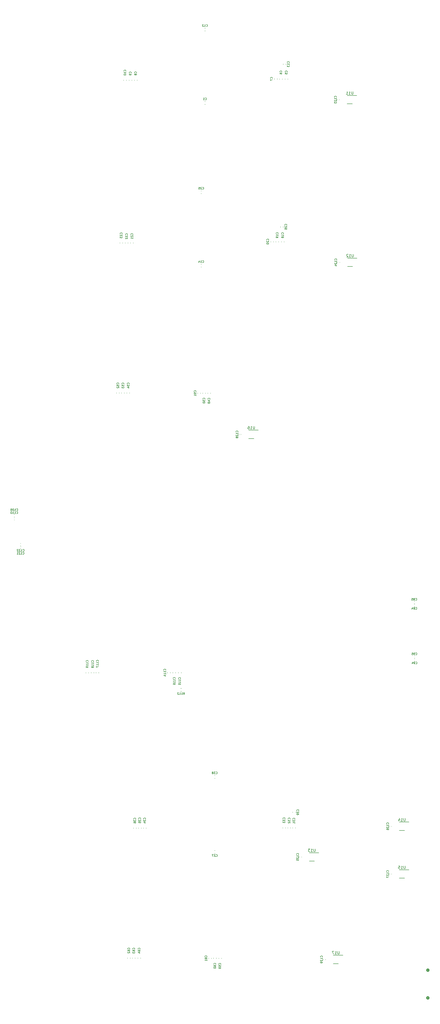
<source format=gbr>
%TF.GenerationSoftware,KiCad,Pcbnew,9.0.3*%
%TF.CreationDate,2025-09-16T14:08:45-04:00*%
%TF.ProjectId,11_CPU_PDU,31315f43-5055-45f5-9044-552e6b696361,rev?*%
%TF.SameCoordinates,Original*%
%TF.FileFunction,Legend,Bot*%
%TF.FilePolarity,Positive*%
%FSLAX46Y46*%
G04 Gerber Fmt 4.6, Leading zero omitted, Abs format (unit mm)*
G04 Created by KiCad (PCBNEW 9.0.3) date 2025-09-16 14:08:45*
%MOMM*%
%LPD*%
G01*
G04 APERTURE LIST*
%ADD10C,0.150000*%
%ADD11C,0.508000*%
%ADD12C,0.120000*%
%ADD13C,0.200000*%
G04 APERTURE END LIST*
D10*
X285452735Y-169922855D02*
X285488450Y-169887141D01*
X285488450Y-169887141D02*
X285524164Y-169779998D01*
X285524164Y-169779998D02*
X285524164Y-169708570D01*
X285524164Y-169708570D02*
X285488450Y-169601427D01*
X285488450Y-169601427D02*
X285417021Y-169529998D01*
X285417021Y-169529998D02*
X285345592Y-169494284D01*
X285345592Y-169494284D02*
X285202735Y-169458570D01*
X285202735Y-169458570D02*
X285095592Y-169458570D01*
X285095592Y-169458570D02*
X284952735Y-169494284D01*
X284952735Y-169494284D02*
X284881307Y-169529998D01*
X284881307Y-169529998D02*
X284809878Y-169601427D01*
X284809878Y-169601427D02*
X284774164Y-169708570D01*
X284774164Y-169708570D02*
X284774164Y-169779998D01*
X284774164Y-169779998D02*
X284809878Y-169887141D01*
X284809878Y-169887141D02*
X284845592Y-169922855D01*
X284774164Y-170601427D02*
X284774164Y-170244284D01*
X284774164Y-170244284D02*
X285131307Y-170208570D01*
X285131307Y-170208570D02*
X285095592Y-170244284D01*
X285095592Y-170244284D02*
X285059878Y-170315713D01*
X285059878Y-170315713D02*
X285059878Y-170494284D01*
X285059878Y-170494284D02*
X285095592Y-170565713D01*
X285095592Y-170565713D02*
X285131307Y-170601427D01*
X285131307Y-170601427D02*
X285202735Y-170637141D01*
X285202735Y-170637141D02*
X285381307Y-170637141D01*
X285381307Y-170637141D02*
X285452735Y-170601427D01*
X285452735Y-170601427D02*
X285488450Y-170565713D01*
X285488450Y-170565713D02*
X285524164Y-170494284D01*
X285524164Y-170494284D02*
X285524164Y-170315713D01*
X285524164Y-170315713D02*
X285488450Y-170244284D01*
X285488450Y-170244284D02*
X285452735Y-170208570D01*
X284774164Y-171101427D02*
X284774164Y-171172856D01*
X284774164Y-171172856D02*
X284809878Y-171244284D01*
X284809878Y-171244284D02*
X284845592Y-171279999D01*
X284845592Y-171279999D02*
X284917021Y-171315713D01*
X284917021Y-171315713D02*
X285059878Y-171351427D01*
X285059878Y-171351427D02*
X285238450Y-171351427D01*
X285238450Y-171351427D02*
X285381307Y-171315713D01*
X285381307Y-171315713D02*
X285452735Y-171279999D01*
X285452735Y-171279999D02*
X285488450Y-171244284D01*
X285488450Y-171244284D02*
X285524164Y-171172856D01*
X285524164Y-171172856D02*
X285524164Y-171101427D01*
X285524164Y-171101427D02*
X285488450Y-171029999D01*
X285488450Y-171029999D02*
X285452735Y-170994284D01*
X285452735Y-170994284D02*
X285381307Y-170958570D01*
X285381307Y-170958570D02*
X285238450Y-170922856D01*
X285238450Y-170922856D02*
X285059878Y-170922856D01*
X285059878Y-170922856D02*
X284917021Y-170958570D01*
X284917021Y-170958570D02*
X284845592Y-170994284D01*
X284845592Y-170994284D02*
X284809878Y-171029999D01*
X284809878Y-171029999D02*
X284774164Y-171101427D01*
X334955595Y-373046819D02*
X334955595Y-373856342D01*
X334955595Y-373856342D02*
X334907976Y-373951580D01*
X334907976Y-373951580D02*
X334860357Y-373999200D01*
X334860357Y-373999200D02*
X334765119Y-374046819D01*
X334765119Y-374046819D02*
X334574643Y-374046819D01*
X334574643Y-374046819D02*
X334479405Y-373999200D01*
X334479405Y-373999200D02*
X334431786Y-373951580D01*
X334431786Y-373951580D02*
X334384167Y-373856342D01*
X334384167Y-373856342D02*
X334384167Y-373046819D01*
X333384167Y-374046819D02*
X333955595Y-374046819D01*
X333669881Y-374046819D02*
X333669881Y-373046819D01*
X333669881Y-373046819D02*
X333765119Y-373189676D01*
X333765119Y-373189676D02*
X333860357Y-373284914D01*
X333860357Y-373284914D02*
X333955595Y-373332533D01*
X333050833Y-373046819D02*
X332384167Y-373046819D01*
X332384167Y-373046819D02*
X332812738Y-374046819D01*
X328745236Y-375175713D02*
X328780951Y-375139999D01*
X328780951Y-375139999D02*
X328816665Y-375032856D01*
X328816665Y-375032856D02*
X328816665Y-374961428D01*
X328816665Y-374961428D02*
X328780951Y-374854285D01*
X328780951Y-374854285D02*
X328709522Y-374782856D01*
X328709522Y-374782856D02*
X328638093Y-374747142D01*
X328638093Y-374747142D02*
X328495236Y-374711428D01*
X328495236Y-374711428D02*
X328388093Y-374711428D01*
X328388093Y-374711428D02*
X328245236Y-374747142D01*
X328245236Y-374747142D02*
X328173808Y-374782856D01*
X328173808Y-374782856D02*
X328102379Y-374854285D01*
X328102379Y-374854285D02*
X328066665Y-374961428D01*
X328066665Y-374961428D02*
X328066665Y-375032856D01*
X328066665Y-375032856D02*
X328102379Y-375139999D01*
X328102379Y-375139999D02*
X328138093Y-375175713D01*
X328816665Y-375889999D02*
X328816665Y-375461428D01*
X328816665Y-375675713D02*
X328066665Y-375675713D01*
X328066665Y-375675713D02*
X328173808Y-375604285D01*
X328173808Y-375604285D02*
X328245236Y-375532856D01*
X328245236Y-375532856D02*
X328280951Y-375461428D01*
X328138093Y-376175714D02*
X328102379Y-376211428D01*
X328102379Y-376211428D02*
X328066665Y-376282857D01*
X328066665Y-376282857D02*
X328066665Y-376461428D01*
X328066665Y-376461428D02*
X328102379Y-376532857D01*
X328102379Y-376532857D02*
X328138093Y-376568571D01*
X328138093Y-376568571D02*
X328209522Y-376604285D01*
X328209522Y-376604285D02*
X328280951Y-376604285D01*
X328280951Y-376604285D02*
X328388093Y-376568571D01*
X328388093Y-376568571D02*
X328816665Y-376139999D01*
X328816665Y-376139999D02*
X328816665Y-376604285D01*
X328816665Y-376961428D02*
X328816665Y-377104285D01*
X328816665Y-377104285D02*
X328780951Y-377175714D01*
X328780951Y-377175714D02*
X328745236Y-377211428D01*
X328745236Y-377211428D02*
X328638093Y-377282857D01*
X328638093Y-377282857D02*
X328495236Y-377318571D01*
X328495236Y-377318571D02*
X328209522Y-377318571D01*
X328209522Y-377318571D02*
X328138093Y-377282857D01*
X328138093Y-377282857D02*
X328102379Y-377247143D01*
X328102379Y-377247143D02*
X328066665Y-377175714D01*
X328066665Y-377175714D02*
X328066665Y-377032857D01*
X328066665Y-377032857D02*
X328102379Y-376961428D01*
X328102379Y-376961428D02*
X328138093Y-376925714D01*
X328138093Y-376925714D02*
X328209522Y-376890000D01*
X328209522Y-376890000D02*
X328388093Y-376890000D01*
X328388093Y-376890000D02*
X328459522Y-376925714D01*
X328459522Y-376925714D02*
X328495236Y-376961428D01*
X328495236Y-376961428D02*
X328530951Y-377032857D01*
X328530951Y-377032857D02*
X328530951Y-377175714D01*
X328530951Y-377175714D02*
X328495236Y-377247143D01*
X328495236Y-377247143D02*
X328459522Y-377282857D01*
X328459522Y-377282857D02*
X328388093Y-377318571D01*
X277574287Y-278569163D02*
X277824287Y-278212020D01*
X278002858Y-278569163D02*
X278002858Y-277819163D01*
X278002858Y-277819163D02*
X277717144Y-277819163D01*
X277717144Y-277819163D02*
X277645715Y-277854877D01*
X277645715Y-277854877D02*
X277610001Y-277890591D01*
X277610001Y-277890591D02*
X277574287Y-277962020D01*
X277574287Y-277962020D02*
X277574287Y-278069163D01*
X277574287Y-278069163D02*
X277610001Y-278140591D01*
X277610001Y-278140591D02*
X277645715Y-278176306D01*
X277645715Y-278176306D02*
X277717144Y-278212020D01*
X277717144Y-278212020D02*
X278002858Y-278212020D01*
X276860001Y-278569163D02*
X277288572Y-278569163D01*
X277074287Y-278569163D02*
X277074287Y-277819163D01*
X277074287Y-277819163D02*
X277145715Y-277926306D01*
X277145715Y-277926306D02*
X277217144Y-277997734D01*
X277217144Y-277997734D02*
X277288572Y-278033449D01*
X276145715Y-278569163D02*
X276574286Y-278569163D01*
X276360001Y-278569163D02*
X276360001Y-277819163D01*
X276360001Y-277819163D02*
X276431429Y-277926306D01*
X276431429Y-277926306D02*
X276502858Y-277997734D01*
X276502858Y-277997734D02*
X276574286Y-278033449D01*
X275860000Y-277890591D02*
X275824286Y-277854877D01*
X275824286Y-277854877D02*
X275752858Y-277819163D01*
X275752858Y-277819163D02*
X275574286Y-277819163D01*
X275574286Y-277819163D02*
X275502858Y-277854877D01*
X275502858Y-277854877D02*
X275467143Y-277890591D01*
X275467143Y-277890591D02*
X275431429Y-277962020D01*
X275431429Y-277962020D02*
X275431429Y-278033449D01*
X275431429Y-278033449D02*
X275467143Y-278140591D01*
X275467143Y-278140591D02*
X275895715Y-278569163D01*
X275895715Y-278569163D02*
X275431429Y-278569163D01*
X258332736Y-49919999D02*
X258368451Y-49884285D01*
X258368451Y-49884285D02*
X258404165Y-49777142D01*
X258404165Y-49777142D02*
X258404165Y-49705714D01*
X258404165Y-49705714D02*
X258368451Y-49598571D01*
X258368451Y-49598571D02*
X258297022Y-49527142D01*
X258297022Y-49527142D02*
X258225593Y-49491428D01*
X258225593Y-49491428D02*
X258082736Y-49455714D01*
X258082736Y-49455714D02*
X257975593Y-49455714D01*
X257975593Y-49455714D02*
X257832736Y-49491428D01*
X257832736Y-49491428D02*
X257761308Y-49527142D01*
X257761308Y-49527142D02*
X257689879Y-49598571D01*
X257689879Y-49598571D02*
X257654165Y-49705714D01*
X257654165Y-49705714D02*
X257654165Y-49777142D01*
X257654165Y-49777142D02*
X257689879Y-49884285D01*
X257689879Y-49884285D02*
X257725593Y-49919999D01*
X258404165Y-50277142D02*
X258404165Y-50419999D01*
X258404165Y-50419999D02*
X258368451Y-50491428D01*
X258368451Y-50491428D02*
X258332736Y-50527142D01*
X258332736Y-50527142D02*
X258225593Y-50598571D01*
X258225593Y-50598571D02*
X258082736Y-50634285D01*
X258082736Y-50634285D02*
X257797022Y-50634285D01*
X257797022Y-50634285D02*
X257725593Y-50598571D01*
X257725593Y-50598571D02*
X257689879Y-50562857D01*
X257689879Y-50562857D02*
X257654165Y-50491428D01*
X257654165Y-50491428D02*
X257654165Y-50348571D01*
X257654165Y-50348571D02*
X257689879Y-50277142D01*
X257689879Y-50277142D02*
X257725593Y-50241428D01*
X257725593Y-50241428D02*
X257797022Y-50205714D01*
X257797022Y-50205714D02*
X257975593Y-50205714D01*
X257975593Y-50205714D02*
X258047022Y-50241428D01*
X258047022Y-50241428D02*
X258082736Y-50277142D01*
X258082736Y-50277142D02*
X258118451Y-50348571D01*
X258118451Y-50348571D02*
X258118451Y-50491428D01*
X258118451Y-50491428D02*
X258082736Y-50562857D01*
X258082736Y-50562857D02*
X258047022Y-50598571D01*
X258047022Y-50598571D02*
X257975593Y-50634285D01*
X308922736Y-111402856D02*
X308958451Y-111367142D01*
X308958451Y-111367142D02*
X308994165Y-111259999D01*
X308994165Y-111259999D02*
X308994165Y-111188571D01*
X308994165Y-111188571D02*
X308958451Y-111081428D01*
X308958451Y-111081428D02*
X308887022Y-111009999D01*
X308887022Y-111009999D02*
X308815593Y-110974285D01*
X308815593Y-110974285D02*
X308672736Y-110938571D01*
X308672736Y-110938571D02*
X308565593Y-110938571D01*
X308565593Y-110938571D02*
X308422736Y-110974285D01*
X308422736Y-110974285D02*
X308351308Y-111009999D01*
X308351308Y-111009999D02*
X308279879Y-111081428D01*
X308279879Y-111081428D02*
X308244165Y-111188571D01*
X308244165Y-111188571D02*
X308244165Y-111259999D01*
X308244165Y-111259999D02*
X308279879Y-111367142D01*
X308279879Y-111367142D02*
X308315593Y-111402856D01*
X308315593Y-111688571D02*
X308279879Y-111724285D01*
X308279879Y-111724285D02*
X308244165Y-111795714D01*
X308244165Y-111795714D02*
X308244165Y-111974285D01*
X308244165Y-111974285D02*
X308279879Y-112045714D01*
X308279879Y-112045714D02*
X308315593Y-112081428D01*
X308315593Y-112081428D02*
X308387022Y-112117142D01*
X308387022Y-112117142D02*
X308458451Y-112117142D01*
X308458451Y-112117142D02*
X308565593Y-112081428D01*
X308565593Y-112081428D02*
X308994165Y-111652856D01*
X308994165Y-111652856D02*
X308994165Y-112117142D01*
X308244165Y-112581428D02*
X308244165Y-112652857D01*
X308244165Y-112652857D02*
X308279879Y-112724285D01*
X308279879Y-112724285D02*
X308315593Y-112760000D01*
X308315593Y-112760000D02*
X308387022Y-112795714D01*
X308387022Y-112795714D02*
X308529879Y-112831428D01*
X308529879Y-112831428D02*
X308708451Y-112831428D01*
X308708451Y-112831428D02*
X308851308Y-112795714D01*
X308851308Y-112795714D02*
X308922736Y-112760000D01*
X308922736Y-112760000D02*
X308958451Y-112724285D01*
X308958451Y-112724285D02*
X308994165Y-112652857D01*
X308994165Y-112652857D02*
X308994165Y-112581428D01*
X308994165Y-112581428D02*
X308958451Y-112510000D01*
X308958451Y-112510000D02*
X308922736Y-112474285D01*
X308922736Y-112474285D02*
X308851308Y-112438571D01*
X308851308Y-112438571D02*
X308708451Y-112402857D01*
X308708451Y-112402857D02*
X308529879Y-112402857D01*
X308529879Y-112402857D02*
X308387022Y-112438571D01*
X308387022Y-112438571D02*
X308315593Y-112474285D01*
X308315593Y-112474285D02*
X308279879Y-112510000D01*
X308279879Y-112510000D02*
X308244165Y-112581428D01*
X353062736Y-326195713D02*
X353098451Y-326159999D01*
X353098451Y-326159999D02*
X353134165Y-326052856D01*
X353134165Y-326052856D02*
X353134165Y-325981428D01*
X353134165Y-325981428D02*
X353098451Y-325874285D01*
X353098451Y-325874285D02*
X353027022Y-325802856D01*
X353027022Y-325802856D02*
X352955593Y-325767142D01*
X352955593Y-325767142D02*
X352812736Y-325731428D01*
X352812736Y-325731428D02*
X352705593Y-325731428D01*
X352705593Y-325731428D02*
X352562736Y-325767142D01*
X352562736Y-325767142D02*
X352491308Y-325802856D01*
X352491308Y-325802856D02*
X352419879Y-325874285D01*
X352419879Y-325874285D02*
X352384165Y-325981428D01*
X352384165Y-325981428D02*
X352384165Y-326052856D01*
X352384165Y-326052856D02*
X352419879Y-326159999D01*
X352419879Y-326159999D02*
X352455593Y-326195713D01*
X353134165Y-326909999D02*
X353134165Y-326481428D01*
X353134165Y-326695713D02*
X352384165Y-326695713D01*
X352384165Y-326695713D02*
X352491308Y-326624285D01*
X352491308Y-326624285D02*
X352562736Y-326552856D01*
X352562736Y-326552856D02*
X352598451Y-326481428D01*
X352455593Y-327195714D02*
X352419879Y-327231428D01*
X352419879Y-327231428D02*
X352384165Y-327302857D01*
X352384165Y-327302857D02*
X352384165Y-327481428D01*
X352384165Y-327481428D02*
X352419879Y-327552857D01*
X352419879Y-327552857D02*
X352455593Y-327588571D01*
X352455593Y-327588571D02*
X352527022Y-327624285D01*
X352527022Y-327624285D02*
X352598451Y-327624285D01*
X352598451Y-327624285D02*
X352705593Y-327588571D01*
X352705593Y-327588571D02*
X353134165Y-327159999D01*
X353134165Y-327159999D02*
X353134165Y-327624285D01*
X352384165Y-328267143D02*
X352384165Y-328124285D01*
X352384165Y-328124285D02*
X352419879Y-328052857D01*
X352419879Y-328052857D02*
X352455593Y-328017143D01*
X352455593Y-328017143D02*
X352562736Y-327945714D01*
X352562736Y-327945714D02*
X352705593Y-327910000D01*
X352705593Y-327910000D02*
X352991308Y-327910000D01*
X352991308Y-327910000D02*
X353062736Y-327945714D01*
X353062736Y-327945714D02*
X353098451Y-327981428D01*
X353098451Y-327981428D02*
X353134165Y-328052857D01*
X353134165Y-328052857D02*
X353134165Y-328195714D01*
X353134165Y-328195714D02*
X353098451Y-328267143D01*
X353098451Y-328267143D02*
X353062736Y-328302857D01*
X353062736Y-328302857D02*
X352991308Y-328338571D01*
X352991308Y-328338571D02*
X352812736Y-328338571D01*
X352812736Y-328338571D02*
X352741308Y-328302857D01*
X352741308Y-328302857D02*
X352705593Y-328267143D01*
X352705593Y-328267143D02*
X352669879Y-328195714D01*
X352669879Y-328195714D02*
X352669879Y-328052857D01*
X352669879Y-328052857D02*
X352705593Y-327981428D01*
X352705593Y-327981428D02*
X352741308Y-327945714D01*
X352741308Y-327945714D02*
X352812736Y-327910000D01*
X363077993Y-247157734D02*
X363113707Y-247193449D01*
X363113707Y-247193449D02*
X363220850Y-247229163D01*
X363220850Y-247229163D02*
X363292278Y-247229163D01*
X363292278Y-247229163D02*
X363399421Y-247193449D01*
X363399421Y-247193449D02*
X363470850Y-247122020D01*
X363470850Y-247122020D02*
X363506564Y-247050591D01*
X363506564Y-247050591D02*
X363542278Y-246907734D01*
X363542278Y-246907734D02*
X363542278Y-246800591D01*
X363542278Y-246800591D02*
X363506564Y-246657734D01*
X363506564Y-246657734D02*
X363470850Y-246586306D01*
X363470850Y-246586306D02*
X363399421Y-246514877D01*
X363399421Y-246514877D02*
X363292278Y-246479163D01*
X363292278Y-246479163D02*
X363220850Y-246479163D01*
X363220850Y-246479163D02*
X363113707Y-246514877D01*
X363113707Y-246514877D02*
X363077993Y-246550591D01*
X362649421Y-246800591D02*
X362720850Y-246764877D01*
X362720850Y-246764877D02*
X362756564Y-246729163D01*
X362756564Y-246729163D02*
X362792278Y-246657734D01*
X362792278Y-246657734D02*
X362792278Y-246622020D01*
X362792278Y-246622020D02*
X362756564Y-246550591D01*
X362756564Y-246550591D02*
X362720850Y-246514877D01*
X362720850Y-246514877D02*
X362649421Y-246479163D01*
X362649421Y-246479163D02*
X362506564Y-246479163D01*
X362506564Y-246479163D02*
X362435136Y-246514877D01*
X362435136Y-246514877D02*
X362399421Y-246550591D01*
X362399421Y-246550591D02*
X362363707Y-246622020D01*
X362363707Y-246622020D02*
X362363707Y-246657734D01*
X362363707Y-246657734D02*
X362399421Y-246729163D01*
X362399421Y-246729163D02*
X362435136Y-246764877D01*
X362435136Y-246764877D02*
X362506564Y-246800591D01*
X362506564Y-246800591D02*
X362649421Y-246800591D01*
X362649421Y-246800591D02*
X362720850Y-246836306D01*
X362720850Y-246836306D02*
X362756564Y-246872020D01*
X362756564Y-246872020D02*
X362792278Y-246943449D01*
X362792278Y-246943449D02*
X362792278Y-247086306D01*
X362792278Y-247086306D02*
X362756564Y-247157734D01*
X362756564Y-247157734D02*
X362720850Y-247193449D01*
X362720850Y-247193449D02*
X362649421Y-247229163D01*
X362649421Y-247229163D02*
X362506564Y-247229163D01*
X362506564Y-247229163D02*
X362435136Y-247193449D01*
X362435136Y-247193449D02*
X362399421Y-247157734D01*
X362399421Y-247157734D02*
X362363707Y-247086306D01*
X362363707Y-247086306D02*
X362363707Y-246943449D01*
X362363707Y-246943449D02*
X362399421Y-246872020D01*
X362399421Y-246872020D02*
X362435136Y-246836306D01*
X362435136Y-246836306D02*
X362506564Y-246800591D01*
X361720850Y-246729163D02*
X361720850Y-247229163D01*
X361899421Y-246443449D02*
X362077992Y-246979163D01*
X362077992Y-246979163D02*
X361613707Y-246979163D01*
X216162486Y-211942735D02*
X216198200Y-211978450D01*
X216198200Y-211978450D02*
X216305343Y-212014164D01*
X216305343Y-212014164D02*
X216376771Y-212014164D01*
X216376771Y-212014164D02*
X216483914Y-211978450D01*
X216483914Y-211978450D02*
X216555343Y-211907021D01*
X216555343Y-211907021D02*
X216591057Y-211835592D01*
X216591057Y-211835592D02*
X216626771Y-211692735D01*
X216626771Y-211692735D02*
X216626771Y-211585592D01*
X216626771Y-211585592D02*
X216591057Y-211442735D01*
X216591057Y-211442735D02*
X216555343Y-211371307D01*
X216555343Y-211371307D02*
X216483914Y-211299878D01*
X216483914Y-211299878D02*
X216376771Y-211264164D01*
X216376771Y-211264164D02*
X216305343Y-211264164D01*
X216305343Y-211264164D02*
X216198200Y-211299878D01*
X216198200Y-211299878D02*
X216162486Y-211335592D01*
X215448200Y-212014164D02*
X215876771Y-212014164D01*
X215662486Y-212014164D02*
X215662486Y-211264164D01*
X215662486Y-211264164D02*
X215733914Y-211371307D01*
X215733914Y-211371307D02*
X215805343Y-211442735D01*
X215805343Y-211442735D02*
X215876771Y-211478450D01*
X214733914Y-212014164D02*
X215162485Y-212014164D01*
X214948200Y-212014164D02*
X214948200Y-211264164D01*
X214948200Y-211264164D02*
X215019628Y-211371307D01*
X215019628Y-211371307D02*
X215091057Y-211442735D01*
X215091057Y-211442735D02*
X215162485Y-211478450D01*
X214269628Y-211264164D02*
X214198199Y-211264164D01*
X214198199Y-211264164D02*
X214126771Y-211299878D01*
X214126771Y-211299878D02*
X214091057Y-211335592D01*
X214091057Y-211335592D02*
X214055342Y-211407021D01*
X214055342Y-211407021D02*
X214019628Y-211549878D01*
X214019628Y-211549878D02*
X214019628Y-211728450D01*
X214019628Y-211728450D02*
X214055342Y-211871307D01*
X214055342Y-211871307D02*
X214091057Y-211942735D01*
X214091057Y-211942735D02*
X214126771Y-211978450D01*
X214126771Y-211978450D02*
X214198199Y-212014164D01*
X214198199Y-212014164D02*
X214269628Y-212014164D01*
X214269628Y-212014164D02*
X214341057Y-211978450D01*
X214341057Y-211978450D02*
X214376771Y-211942735D01*
X214376771Y-211942735D02*
X214412485Y-211871307D01*
X214412485Y-211871307D02*
X214448199Y-211728450D01*
X214448199Y-211728450D02*
X214448199Y-211549878D01*
X214448199Y-211549878D02*
X214412485Y-211407021D01*
X214412485Y-211407021D02*
X214376771Y-211335592D01*
X214376771Y-211335592D02*
X214341057Y-211299878D01*
X214341057Y-211299878D02*
X214269628Y-211264164D01*
X316812736Y-324392855D02*
X316848451Y-324357141D01*
X316848451Y-324357141D02*
X316884165Y-324249998D01*
X316884165Y-324249998D02*
X316884165Y-324178570D01*
X316884165Y-324178570D02*
X316848451Y-324071427D01*
X316848451Y-324071427D02*
X316777022Y-323999998D01*
X316777022Y-323999998D02*
X316705593Y-323964284D01*
X316705593Y-323964284D02*
X316562736Y-323928570D01*
X316562736Y-323928570D02*
X316455593Y-323928570D01*
X316455593Y-323928570D02*
X316312736Y-323964284D01*
X316312736Y-323964284D02*
X316241308Y-323999998D01*
X316241308Y-323999998D02*
X316169879Y-324071427D01*
X316169879Y-324071427D02*
X316134165Y-324178570D01*
X316134165Y-324178570D02*
X316134165Y-324249998D01*
X316134165Y-324249998D02*
X316169879Y-324357141D01*
X316169879Y-324357141D02*
X316205593Y-324392855D01*
X316134165Y-324642855D02*
X316134165Y-325107141D01*
X316134165Y-325107141D02*
X316419879Y-324857141D01*
X316419879Y-324857141D02*
X316419879Y-324964284D01*
X316419879Y-324964284D02*
X316455593Y-325035713D01*
X316455593Y-325035713D02*
X316491308Y-325071427D01*
X316491308Y-325071427D02*
X316562736Y-325107141D01*
X316562736Y-325107141D02*
X316741308Y-325107141D01*
X316741308Y-325107141D02*
X316812736Y-325071427D01*
X316812736Y-325071427D02*
X316848451Y-325035713D01*
X316848451Y-325035713D02*
X316884165Y-324964284D01*
X316884165Y-324964284D02*
X316884165Y-324749998D01*
X316884165Y-324749998D02*
X316848451Y-324678570D01*
X316848451Y-324678570D02*
X316812736Y-324642855D01*
X316205593Y-325392856D02*
X316169879Y-325428570D01*
X316169879Y-325428570D02*
X316134165Y-325499999D01*
X316134165Y-325499999D02*
X316134165Y-325678570D01*
X316134165Y-325678570D02*
X316169879Y-325749999D01*
X316169879Y-325749999D02*
X316205593Y-325785713D01*
X316205593Y-325785713D02*
X316277022Y-325821427D01*
X316277022Y-325821427D02*
X316348451Y-325821427D01*
X316348451Y-325821427D02*
X316455593Y-325785713D01*
X316455593Y-325785713D02*
X316884165Y-325357141D01*
X316884165Y-325357141D02*
X316884165Y-325821427D01*
X333862736Y-58825713D02*
X333898451Y-58789999D01*
X333898451Y-58789999D02*
X333934165Y-58682856D01*
X333934165Y-58682856D02*
X333934165Y-58611428D01*
X333934165Y-58611428D02*
X333898451Y-58504285D01*
X333898451Y-58504285D02*
X333827022Y-58432856D01*
X333827022Y-58432856D02*
X333755593Y-58397142D01*
X333755593Y-58397142D02*
X333612736Y-58361428D01*
X333612736Y-58361428D02*
X333505593Y-58361428D01*
X333505593Y-58361428D02*
X333362736Y-58397142D01*
X333362736Y-58397142D02*
X333291308Y-58432856D01*
X333291308Y-58432856D02*
X333219879Y-58504285D01*
X333219879Y-58504285D02*
X333184165Y-58611428D01*
X333184165Y-58611428D02*
X333184165Y-58682856D01*
X333184165Y-58682856D02*
X333219879Y-58789999D01*
X333219879Y-58789999D02*
X333255593Y-58825713D01*
X333934165Y-59539999D02*
X333934165Y-59111428D01*
X333934165Y-59325713D02*
X333184165Y-59325713D01*
X333184165Y-59325713D02*
X333291308Y-59254285D01*
X333291308Y-59254285D02*
X333362736Y-59182856D01*
X333362736Y-59182856D02*
X333398451Y-59111428D01*
X333255593Y-59825714D02*
X333219879Y-59861428D01*
X333219879Y-59861428D02*
X333184165Y-59932857D01*
X333184165Y-59932857D02*
X333184165Y-60111428D01*
X333184165Y-60111428D02*
X333219879Y-60182857D01*
X333219879Y-60182857D02*
X333255593Y-60218571D01*
X333255593Y-60218571D02*
X333327022Y-60254285D01*
X333327022Y-60254285D02*
X333398451Y-60254285D01*
X333398451Y-60254285D02*
X333505593Y-60218571D01*
X333505593Y-60218571D02*
X333934165Y-59789999D01*
X333934165Y-59789999D02*
X333934165Y-60254285D01*
X333184165Y-60504285D02*
X333184165Y-60968571D01*
X333184165Y-60968571D02*
X333469879Y-60718571D01*
X333469879Y-60718571D02*
X333469879Y-60825714D01*
X333469879Y-60825714D02*
X333505593Y-60897143D01*
X333505593Y-60897143D02*
X333541308Y-60932857D01*
X333541308Y-60932857D02*
X333612736Y-60968571D01*
X333612736Y-60968571D02*
X333791308Y-60968571D01*
X333791308Y-60968571D02*
X333862736Y-60932857D01*
X333862736Y-60932857D02*
X333898451Y-60897143D01*
X333898451Y-60897143D02*
X333934165Y-60825714D01*
X333934165Y-60825714D02*
X333934165Y-60611428D01*
X333934165Y-60611428D02*
X333898451Y-60540000D01*
X333898451Y-60540000D02*
X333862736Y-60504285D01*
X363112143Y-263867734D02*
X363147857Y-263903449D01*
X363147857Y-263903449D02*
X363255000Y-263939163D01*
X363255000Y-263939163D02*
X363326428Y-263939163D01*
X363326428Y-263939163D02*
X363433571Y-263903449D01*
X363433571Y-263903449D02*
X363505000Y-263832020D01*
X363505000Y-263832020D02*
X363540714Y-263760591D01*
X363540714Y-263760591D02*
X363576428Y-263617734D01*
X363576428Y-263617734D02*
X363576428Y-263510591D01*
X363576428Y-263510591D02*
X363540714Y-263367734D01*
X363540714Y-263367734D02*
X363505000Y-263296306D01*
X363505000Y-263296306D02*
X363433571Y-263224877D01*
X363433571Y-263224877D02*
X363326428Y-263189163D01*
X363326428Y-263189163D02*
X363255000Y-263189163D01*
X363255000Y-263189163D02*
X363147857Y-263224877D01*
X363147857Y-263224877D02*
X363112143Y-263260591D01*
X362755000Y-263939163D02*
X362612143Y-263939163D01*
X362612143Y-263939163D02*
X362540714Y-263903449D01*
X362540714Y-263903449D02*
X362505000Y-263867734D01*
X362505000Y-263867734D02*
X362433571Y-263760591D01*
X362433571Y-263760591D02*
X362397857Y-263617734D01*
X362397857Y-263617734D02*
X362397857Y-263332020D01*
X362397857Y-263332020D02*
X362433571Y-263260591D01*
X362433571Y-263260591D02*
X362469286Y-263224877D01*
X362469286Y-263224877D02*
X362540714Y-263189163D01*
X362540714Y-263189163D02*
X362683571Y-263189163D01*
X362683571Y-263189163D02*
X362755000Y-263224877D01*
X362755000Y-263224877D02*
X362790714Y-263260591D01*
X362790714Y-263260591D02*
X362826428Y-263332020D01*
X362826428Y-263332020D02*
X362826428Y-263510591D01*
X362826428Y-263510591D02*
X362790714Y-263582020D01*
X362790714Y-263582020D02*
X362755000Y-263617734D01*
X362755000Y-263617734D02*
X362683571Y-263653449D01*
X362683571Y-263653449D02*
X362540714Y-263653449D01*
X362540714Y-263653449D02*
X362469286Y-263617734D01*
X362469286Y-263617734D02*
X362433571Y-263582020D01*
X362433571Y-263582020D02*
X362397857Y-263510591D01*
X361719285Y-263189163D02*
X362076428Y-263189163D01*
X362076428Y-263189163D02*
X362112142Y-263546306D01*
X362112142Y-263546306D02*
X362076428Y-263510591D01*
X362076428Y-263510591D02*
X362005000Y-263474877D01*
X362005000Y-263474877D02*
X361826428Y-263474877D01*
X361826428Y-263474877D02*
X361755000Y-263510591D01*
X361755000Y-263510591D02*
X361719285Y-263546306D01*
X361719285Y-263546306D02*
X361683571Y-263617734D01*
X361683571Y-263617734D02*
X361683571Y-263796306D01*
X361683571Y-263796306D02*
X361719285Y-263867734D01*
X361719285Y-263867734D02*
X361755000Y-263903449D01*
X361755000Y-263903449D02*
X361826428Y-263939163D01*
X361826428Y-263939163D02*
X362005000Y-263939163D01*
X362005000Y-263939163D02*
X362076428Y-263903449D01*
X362076428Y-263903449D02*
X362112142Y-263867734D01*
X291325675Y-377907856D02*
X291361771Y-377872142D01*
X291361771Y-377872142D02*
X291397866Y-377764999D01*
X291397866Y-377764999D02*
X291397866Y-377693571D01*
X291397866Y-377693571D02*
X291361771Y-377586428D01*
X291361771Y-377586428D02*
X291289580Y-377514999D01*
X291289580Y-377514999D02*
X291217390Y-377479285D01*
X291217390Y-377479285D02*
X291073009Y-377443571D01*
X291073009Y-377443571D02*
X290964723Y-377443571D01*
X290964723Y-377443571D02*
X290820342Y-377479285D01*
X290820342Y-377479285D02*
X290748151Y-377514999D01*
X290748151Y-377514999D02*
X290675961Y-377586428D01*
X290675961Y-377586428D02*
X290639866Y-377693571D01*
X290639866Y-377693571D02*
X290639866Y-377764999D01*
X290639866Y-377764999D02*
X290675961Y-377872142D01*
X290675961Y-377872142D02*
X290712056Y-377907856D01*
X290639866Y-378586428D02*
X290639866Y-378229285D01*
X290639866Y-378229285D02*
X291000818Y-378193571D01*
X291000818Y-378193571D02*
X290964723Y-378229285D01*
X290964723Y-378229285D02*
X290928628Y-378300714D01*
X290928628Y-378300714D02*
X290928628Y-378479285D01*
X290928628Y-378479285D02*
X290964723Y-378550714D01*
X290964723Y-378550714D02*
X291000818Y-378586428D01*
X291000818Y-378586428D02*
X291073009Y-378622142D01*
X291073009Y-378622142D02*
X291253485Y-378622142D01*
X291253485Y-378622142D02*
X291325675Y-378586428D01*
X291325675Y-378586428D02*
X291361771Y-378550714D01*
X291361771Y-378550714D02*
X291397866Y-378479285D01*
X291397866Y-378479285D02*
X291397866Y-378300714D01*
X291397866Y-378300714D02*
X291361771Y-378229285D01*
X291361771Y-378229285D02*
X291325675Y-378193571D01*
X291397866Y-378979285D02*
X291397866Y-379122142D01*
X291397866Y-379122142D02*
X291361771Y-379193571D01*
X291361771Y-379193571D02*
X291325675Y-379229285D01*
X291325675Y-379229285D02*
X291217390Y-379300714D01*
X291217390Y-379300714D02*
X291073009Y-379336428D01*
X291073009Y-379336428D02*
X290784247Y-379336428D01*
X290784247Y-379336428D02*
X290712056Y-379300714D01*
X290712056Y-379300714D02*
X290675961Y-379265000D01*
X290675961Y-379265000D02*
X290639866Y-379193571D01*
X290639866Y-379193571D02*
X290639866Y-379050714D01*
X290639866Y-379050714D02*
X290675961Y-378979285D01*
X290675961Y-378979285D02*
X290712056Y-378943571D01*
X290712056Y-378943571D02*
X290784247Y-378907857D01*
X290784247Y-378907857D02*
X290964723Y-378907857D01*
X290964723Y-378907857D02*
X291036913Y-378943571D01*
X291036913Y-378943571D02*
X291073009Y-378979285D01*
X291073009Y-378979285D02*
X291109104Y-379050714D01*
X291109104Y-379050714D02*
X291109104Y-379193571D01*
X291109104Y-379193571D02*
X291073009Y-379265000D01*
X291073009Y-379265000D02*
X291036913Y-379300714D01*
X291036913Y-379300714D02*
X290964723Y-379336428D01*
X313772736Y-49519999D02*
X313808451Y-49484285D01*
X313808451Y-49484285D02*
X313844165Y-49377142D01*
X313844165Y-49377142D02*
X313844165Y-49305714D01*
X313844165Y-49305714D02*
X313808451Y-49198571D01*
X313808451Y-49198571D02*
X313737022Y-49127142D01*
X313737022Y-49127142D02*
X313665593Y-49091428D01*
X313665593Y-49091428D02*
X313522736Y-49055714D01*
X313522736Y-49055714D02*
X313415593Y-49055714D01*
X313415593Y-49055714D02*
X313272736Y-49091428D01*
X313272736Y-49091428D02*
X313201308Y-49127142D01*
X313201308Y-49127142D02*
X313129879Y-49198571D01*
X313129879Y-49198571D02*
X313094165Y-49305714D01*
X313094165Y-49305714D02*
X313094165Y-49377142D01*
X313094165Y-49377142D02*
X313129879Y-49484285D01*
X313129879Y-49484285D02*
X313165593Y-49519999D01*
X313094165Y-50162857D02*
X313094165Y-50019999D01*
X313094165Y-50019999D02*
X313129879Y-49948571D01*
X313129879Y-49948571D02*
X313165593Y-49912857D01*
X313165593Y-49912857D02*
X313272736Y-49841428D01*
X313272736Y-49841428D02*
X313415593Y-49805714D01*
X313415593Y-49805714D02*
X313701308Y-49805714D01*
X313701308Y-49805714D02*
X313772736Y-49841428D01*
X313772736Y-49841428D02*
X313808451Y-49877142D01*
X313808451Y-49877142D02*
X313844165Y-49948571D01*
X313844165Y-49948571D02*
X313844165Y-50091428D01*
X313844165Y-50091428D02*
X313808451Y-50162857D01*
X313808451Y-50162857D02*
X313772736Y-50198571D01*
X313772736Y-50198571D02*
X313701308Y-50234285D01*
X313701308Y-50234285D02*
X313522736Y-50234285D01*
X313522736Y-50234285D02*
X313451308Y-50198571D01*
X313451308Y-50198571D02*
X313415593Y-50162857D01*
X313415593Y-50162857D02*
X313379879Y-50091428D01*
X313379879Y-50091428D02*
X313379879Y-49948571D01*
X313379879Y-49948571D02*
X313415593Y-49877142D01*
X313415593Y-49877142D02*
X313451308Y-49841428D01*
X313451308Y-49841428D02*
X313522736Y-49805714D01*
X303838094Y-179861819D02*
X303838094Y-180671342D01*
X303838094Y-180671342D02*
X303790475Y-180766580D01*
X303790475Y-180766580D02*
X303742856Y-180814200D01*
X303742856Y-180814200D02*
X303647618Y-180861819D01*
X303647618Y-180861819D02*
X303457142Y-180861819D01*
X303457142Y-180861819D02*
X303361904Y-180814200D01*
X303361904Y-180814200D02*
X303314285Y-180766580D01*
X303314285Y-180766580D02*
X303266666Y-180671342D01*
X303266666Y-180671342D02*
X303266666Y-179861819D01*
X302266666Y-180861819D02*
X302838094Y-180861819D01*
X302552380Y-180861819D02*
X302552380Y-179861819D01*
X302552380Y-179861819D02*
X302647618Y-180004676D01*
X302647618Y-180004676D02*
X302742856Y-180099914D01*
X302742856Y-180099914D02*
X302838094Y-180147533D01*
X301409523Y-179861819D02*
X301599999Y-179861819D01*
X301599999Y-179861819D02*
X301695237Y-179909438D01*
X301695237Y-179909438D02*
X301742856Y-179957057D01*
X301742856Y-179957057D02*
X301838094Y-180099914D01*
X301838094Y-180099914D02*
X301885713Y-180290390D01*
X301885713Y-180290390D02*
X301885713Y-180671342D01*
X301885713Y-180671342D02*
X301838094Y-180766580D01*
X301838094Y-180766580D02*
X301790475Y-180814200D01*
X301790475Y-180814200D02*
X301695237Y-180861819D01*
X301695237Y-180861819D02*
X301504761Y-180861819D01*
X301504761Y-180861819D02*
X301409523Y-180814200D01*
X301409523Y-180814200D02*
X301361904Y-180766580D01*
X301361904Y-180766580D02*
X301314285Y-180671342D01*
X301314285Y-180671342D02*
X301314285Y-180433247D01*
X301314285Y-180433247D02*
X301361904Y-180338009D01*
X301361904Y-180338009D02*
X301409523Y-180290390D01*
X301409523Y-180290390D02*
X301504761Y-180242771D01*
X301504761Y-180242771D02*
X301695237Y-180242771D01*
X301695237Y-180242771D02*
X301790475Y-180290390D01*
X301790475Y-180290390D02*
X301838094Y-180338009D01*
X301838094Y-180338009D02*
X301885713Y-180433247D01*
X256362736Y-49222856D02*
X256398451Y-49187142D01*
X256398451Y-49187142D02*
X256434165Y-49079999D01*
X256434165Y-49079999D02*
X256434165Y-49008571D01*
X256434165Y-49008571D02*
X256398451Y-48901428D01*
X256398451Y-48901428D02*
X256327022Y-48829999D01*
X256327022Y-48829999D02*
X256255593Y-48794285D01*
X256255593Y-48794285D02*
X256112736Y-48758571D01*
X256112736Y-48758571D02*
X256005593Y-48758571D01*
X256005593Y-48758571D02*
X255862736Y-48794285D01*
X255862736Y-48794285D02*
X255791308Y-48829999D01*
X255791308Y-48829999D02*
X255719879Y-48901428D01*
X255719879Y-48901428D02*
X255684165Y-49008571D01*
X255684165Y-49008571D02*
X255684165Y-49079999D01*
X255684165Y-49079999D02*
X255719879Y-49187142D01*
X255719879Y-49187142D02*
X255755593Y-49222856D01*
X256434165Y-49937142D02*
X256434165Y-49508571D01*
X256434165Y-49722856D02*
X255684165Y-49722856D01*
X255684165Y-49722856D02*
X255791308Y-49651428D01*
X255791308Y-49651428D02*
X255862736Y-49579999D01*
X255862736Y-49579999D02*
X255898451Y-49508571D01*
X255684165Y-50401428D02*
X255684165Y-50472857D01*
X255684165Y-50472857D02*
X255719879Y-50544285D01*
X255719879Y-50544285D02*
X255755593Y-50580000D01*
X255755593Y-50580000D02*
X255827022Y-50615714D01*
X255827022Y-50615714D02*
X255969879Y-50651428D01*
X255969879Y-50651428D02*
X256148451Y-50651428D01*
X256148451Y-50651428D02*
X256291308Y-50615714D01*
X256291308Y-50615714D02*
X256362736Y-50580000D01*
X256362736Y-50580000D02*
X256398451Y-50544285D01*
X256398451Y-50544285D02*
X256434165Y-50472857D01*
X256434165Y-50472857D02*
X256434165Y-50401428D01*
X256434165Y-50401428D02*
X256398451Y-50330000D01*
X256398451Y-50330000D02*
X256362736Y-50294285D01*
X256362736Y-50294285D02*
X256291308Y-50258571D01*
X256291308Y-50258571D02*
X256148451Y-50222857D01*
X256148451Y-50222857D02*
X255969879Y-50222857D01*
X255969879Y-50222857D02*
X255827022Y-50258571D01*
X255827022Y-50258571D02*
X255755593Y-50294285D01*
X255755593Y-50294285D02*
X255719879Y-50330000D01*
X255719879Y-50330000D02*
X255684165Y-50401428D01*
X319922736Y-337465713D02*
X319958451Y-337429999D01*
X319958451Y-337429999D02*
X319994165Y-337322856D01*
X319994165Y-337322856D02*
X319994165Y-337251428D01*
X319994165Y-337251428D02*
X319958451Y-337144285D01*
X319958451Y-337144285D02*
X319887022Y-337072856D01*
X319887022Y-337072856D02*
X319815593Y-337037142D01*
X319815593Y-337037142D02*
X319672736Y-337001428D01*
X319672736Y-337001428D02*
X319565593Y-337001428D01*
X319565593Y-337001428D02*
X319422736Y-337037142D01*
X319422736Y-337037142D02*
X319351308Y-337072856D01*
X319351308Y-337072856D02*
X319279879Y-337144285D01*
X319279879Y-337144285D02*
X319244165Y-337251428D01*
X319244165Y-337251428D02*
X319244165Y-337322856D01*
X319244165Y-337322856D02*
X319279879Y-337429999D01*
X319279879Y-337429999D02*
X319315593Y-337465713D01*
X319994165Y-338179999D02*
X319994165Y-337751428D01*
X319994165Y-337965713D02*
X319244165Y-337965713D01*
X319244165Y-337965713D02*
X319351308Y-337894285D01*
X319351308Y-337894285D02*
X319422736Y-337822856D01*
X319422736Y-337822856D02*
X319458451Y-337751428D01*
X319315593Y-338465714D02*
X319279879Y-338501428D01*
X319279879Y-338501428D02*
X319244165Y-338572857D01*
X319244165Y-338572857D02*
X319244165Y-338751428D01*
X319244165Y-338751428D02*
X319279879Y-338822857D01*
X319279879Y-338822857D02*
X319315593Y-338858571D01*
X319315593Y-338858571D02*
X319387022Y-338894285D01*
X319387022Y-338894285D02*
X319458451Y-338894285D01*
X319458451Y-338894285D02*
X319565593Y-338858571D01*
X319565593Y-338858571D02*
X319994165Y-338429999D01*
X319994165Y-338429999D02*
X319994165Y-338894285D01*
X319244165Y-339572857D02*
X319244165Y-339215714D01*
X319244165Y-339215714D02*
X319601308Y-339180000D01*
X319601308Y-339180000D02*
X319565593Y-339215714D01*
X319565593Y-339215714D02*
X319529879Y-339287143D01*
X319529879Y-339287143D02*
X319529879Y-339465714D01*
X319529879Y-339465714D02*
X319565593Y-339537143D01*
X319565593Y-339537143D02*
X319601308Y-339572857D01*
X319601308Y-339572857D02*
X319672736Y-339608571D01*
X319672736Y-339608571D02*
X319851308Y-339608571D01*
X319851308Y-339608571D02*
X319922736Y-339572857D01*
X319922736Y-339572857D02*
X319958451Y-339537143D01*
X319958451Y-339537143D02*
X319994165Y-339465714D01*
X319994165Y-339465714D02*
X319994165Y-339287143D01*
X319994165Y-339287143D02*
X319958451Y-339215714D01*
X319958451Y-339215714D02*
X319922736Y-339180000D01*
X257592736Y-164342856D02*
X257628451Y-164307142D01*
X257628451Y-164307142D02*
X257664165Y-164199999D01*
X257664165Y-164199999D02*
X257664165Y-164128571D01*
X257664165Y-164128571D02*
X257628451Y-164021428D01*
X257628451Y-164021428D02*
X257557022Y-163949999D01*
X257557022Y-163949999D02*
X257485593Y-163914285D01*
X257485593Y-163914285D02*
X257342736Y-163878571D01*
X257342736Y-163878571D02*
X257235593Y-163878571D01*
X257235593Y-163878571D02*
X257092736Y-163914285D01*
X257092736Y-163914285D02*
X257021308Y-163949999D01*
X257021308Y-163949999D02*
X256949879Y-164021428D01*
X256949879Y-164021428D02*
X256914165Y-164128571D01*
X256914165Y-164128571D02*
X256914165Y-164199999D01*
X256914165Y-164199999D02*
X256949879Y-164307142D01*
X256949879Y-164307142D02*
X256985593Y-164342856D01*
X256914165Y-165021428D02*
X256914165Y-164664285D01*
X256914165Y-164664285D02*
X257271308Y-164628571D01*
X257271308Y-164628571D02*
X257235593Y-164664285D01*
X257235593Y-164664285D02*
X257199879Y-164735714D01*
X257199879Y-164735714D02*
X257199879Y-164914285D01*
X257199879Y-164914285D02*
X257235593Y-164985714D01*
X257235593Y-164985714D02*
X257271308Y-165021428D01*
X257271308Y-165021428D02*
X257342736Y-165057142D01*
X257342736Y-165057142D02*
X257521308Y-165057142D01*
X257521308Y-165057142D02*
X257592736Y-165021428D01*
X257592736Y-165021428D02*
X257628451Y-164985714D01*
X257628451Y-164985714D02*
X257664165Y-164914285D01*
X257664165Y-164914285D02*
X257664165Y-164735714D01*
X257664165Y-164735714D02*
X257628451Y-164664285D01*
X257628451Y-164664285D02*
X257592736Y-164628571D01*
X257164165Y-165700000D02*
X257664165Y-165700000D01*
X256878451Y-165521428D02*
X257414165Y-165342857D01*
X257414165Y-165342857D02*
X257414165Y-165807142D01*
X312402736Y-109032856D02*
X312438451Y-108997142D01*
X312438451Y-108997142D02*
X312474165Y-108889999D01*
X312474165Y-108889999D02*
X312474165Y-108818571D01*
X312474165Y-108818571D02*
X312438451Y-108711428D01*
X312438451Y-108711428D02*
X312367022Y-108639999D01*
X312367022Y-108639999D02*
X312295593Y-108604285D01*
X312295593Y-108604285D02*
X312152736Y-108568571D01*
X312152736Y-108568571D02*
X312045593Y-108568571D01*
X312045593Y-108568571D02*
X311902736Y-108604285D01*
X311902736Y-108604285D02*
X311831308Y-108639999D01*
X311831308Y-108639999D02*
X311759879Y-108711428D01*
X311759879Y-108711428D02*
X311724165Y-108818571D01*
X311724165Y-108818571D02*
X311724165Y-108889999D01*
X311724165Y-108889999D02*
X311759879Y-108997142D01*
X311759879Y-108997142D02*
X311795593Y-109032856D01*
X312474165Y-109747142D02*
X312474165Y-109318571D01*
X312474165Y-109532856D02*
X311724165Y-109532856D01*
X311724165Y-109532856D02*
X311831308Y-109461428D01*
X311831308Y-109461428D02*
X311902736Y-109389999D01*
X311902736Y-109389999D02*
X311938451Y-109318571D01*
X312474165Y-110104285D02*
X312474165Y-110247142D01*
X312474165Y-110247142D02*
X312438451Y-110318571D01*
X312438451Y-110318571D02*
X312402736Y-110354285D01*
X312402736Y-110354285D02*
X312295593Y-110425714D01*
X312295593Y-110425714D02*
X312152736Y-110461428D01*
X312152736Y-110461428D02*
X311867022Y-110461428D01*
X311867022Y-110461428D02*
X311795593Y-110425714D01*
X311795593Y-110425714D02*
X311759879Y-110390000D01*
X311759879Y-110390000D02*
X311724165Y-110318571D01*
X311724165Y-110318571D02*
X311724165Y-110175714D01*
X311724165Y-110175714D02*
X311759879Y-110104285D01*
X311759879Y-110104285D02*
X311795593Y-110068571D01*
X311795593Y-110068571D02*
X311867022Y-110032857D01*
X311867022Y-110032857D02*
X312045593Y-110032857D01*
X312045593Y-110032857D02*
X312117022Y-110068571D01*
X312117022Y-110068571D02*
X312152736Y-110104285D01*
X312152736Y-110104285D02*
X312188451Y-110175714D01*
X312188451Y-110175714D02*
X312188451Y-110318571D01*
X312188451Y-110318571D02*
X312152736Y-110390000D01*
X312152736Y-110390000D02*
X312117022Y-110425714D01*
X312117022Y-110425714D02*
X312045593Y-110461428D01*
X274512736Y-272710712D02*
X274548451Y-272674998D01*
X274548451Y-272674998D02*
X274584165Y-272567855D01*
X274584165Y-272567855D02*
X274584165Y-272496427D01*
X274584165Y-272496427D02*
X274548451Y-272389284D01*
X274548451Y-272389284D02*
X274477022Y-272317855D01*
X274477022Y-272317855D02*
X274405593Y-272282141D01*
X274405593Y-272282141D02*
X274262736Y-272246427D01*
X274262736Y-272246427D02*
X274155593Y-272246427D01*
X274155593Y-272246427D02*
X274012736Y-272282141D01*
X274012736Y-272282141D02*
X273941308Y-272317855D01*
X273941308Y-272317855D02*
X273869879Y-272389284D01*
X273869879Y-272389284D02*
X273834165Y-272496427D01*
X273834165Y-272496427D02*
X273834165Y-272567855D01*
X273834165Y-272567855D02*
X273869879Y-272674998D01*
X273869879Y-272674998D02*
X273905593Y-272710712D01*
X274584165Y-273424998D02*
X274584165Y-272996427D01*
X274584165Y-273210712D02*
X273834165Y-273210712D01*
X273834165Y-273210712D02*
X273941308Y-273139284D01*
X273941308Y-273139284D02*
X274012736Y-273067855D01*
X274012736Y-273067855D02*
X274048451Y-272996427D01*
X274584165Y-274139284D02*
X274584165Y-273710713D01*
X274584165Y-273924998D02*
X273834165Y-273924998D01*
X273834165Y-273924998D02*
X273941308Y-273853570D01*
X273941308Y-273853570D02*
X274012736Y-273782141D01*
X274012736Y-273782141D02*
X274048451Y-273710713D01*
X273834165Y-274782142D02*
X273834165Y-274639284D01*
X273834165Y-274639284D02*
X273869879Y-274567856D01*
X273869879Y-274567856D02*
X273905593Y-274532142D01*
X273905593Y-274532142D02*
X274012736Y-274460713D01*
X274012736Y-274460713D02*
X274155593Y-274424999D01*
X274155593Y-274424999D02*
X274441308Y-274424999D01*
X274441308Y-274424999D02*
X274512736Y-274460713D01*
X274512736Y-274460713D02*
X274548451Y-274496427D01*
X274548451Y-274496427D02*
X274584165Y-274567856D01*
X274584165Y-274567856D02*
X274584165Y-274710713D01*
X274584165Y-274710713D02*
X274548451Y-274782142D01*
X274548451Y-274782142D02*
X274512736Y-274817856D01*
X274512736Y-274817856D02*
X274441308Y-274853570D01*
X274441308Y-274853570D02*
X274262736Y-274853570D01*
X274262736Y-274853570D02*
X274191308Y-274817856D01*
X274191308Y-274817856D02*
X274155593Y-274782142D01*
X274155593Y-274782142D02*
X274119879Y-274710713D01*
X274119879Y-274710713D02*
X274119879Y-274567856D01*
X274119879Y-274567856D02*
X274155593Y-274496427D01*
X274155593Y-274496427D02*
X274191308Y-274460713D01*
X274191308Y-274460713D02*
X274262736Y-274424999D01*
X287315675Y-169972855D02*
X287351771Y-169937141D01*
X287351771Y-169937141D02*
X287387866Y-169829998D01*
X287387866Y-169829998D02*
X287387866Y-169758570D01*
X287387866Y-169758570D02*
X287351771Y-169651427D01*
X287351771Y-169651427D02*
X287279580Y-169579998D01*
X287279580Y-169579998D02*
X287207390Y-169544284D01*
X287207390Y-169544284D02*
X287063009Y-169508570D01*
X287063009Y-169508570D02*
X286954723Y-169508570D01*
X286954723Y-169508570D02*
X286810342Y-169544284D01*
X286810342Y-169544284D02*
X286738151Y-169579998D01*
X286738151Y-169579998D02*
X286665961Y-169651427D01*
X286665961Y-169651427D02*
X286629866Y-169758570D01*
X286629866Y-169758570D02*
X286629866Y-169829998D01*
X286629866Y-169829998D02*
X286665961Y-169937141D01*
X286665961Y-169937141D02*
X286702056Y-169972855D01*
X286882532Y-170615713D02*
X287387866Y-170615713D01*
X286593771Y-170437141D02*
X287135199Y-170258570D01*
X287135199Y-170258570D02*
X287135199Y-170722855D01*
X287387866Y-171044284D02*
X287387866Y-171187141D01*
X287387866Y-171187141D02*
X287351771Y-171258570D01*
X287351771Y-171258570D02*
X287315675Y-171294284D01*
X287315675Y-171294284D02*
X287207390Y-171365713D01*
X287207390Y-171365713D02*
X287063009Y-171401427D01*
X287063009Y-171401427D02*
X286774247Y-171401427D01*
X286774247Y-171401427D02*
X286702056Y-171365713D01*
X286702056Y-171365713D02*
X286665961Y-171329999D01*
X286665961Y-171329999D02*
X286629866Y-171258570D01*
X286629866Y-171258570D02*
X286629866Y-171115713D01*
X286629866Y-171115713D02*
X286665961Y-171044284D01*
X286665961Y-171044284D02*
X286702056Y-171008570D01*
X286702056Y-171008570D02*
X286774247Y-170972856D01*
X286774247Y-170972856D02*
X286954723Y-170972856D01*
X286954723Y-170972856D02*
X287026913Y-171008570D01*
X287026913Y-171008570D02*
X287063009Y-171044284D01*
X287063009Y-171044284D02*
X287099104Y-171115713D01*
X287099104Y-171115713D02*
X287099104Y-171258570D01*
X287099104Y-171258570D02*
X287063009Y-171329999D01*
X287063009Y-171329999D02*
X287026913Y-171365713D01*
X287026913Y-171365713D02*
X286954723Y-171401427D01*
X242472736Y-266460712D02*
X242508451Y-266424998D01*
X242508451Y-266424998D02*
X242544165Y-266317855D01*
X242544165Y-266317855D02*
X242544165Y-266246427D01*
X242544165Y-266246427D02*
X242508451Y-266139284D01*
X242508451Y-266139284D02*
X242437022Y-266067855D01*
X242437022Y-266067855D02*
X242365593Y-266032141D01*
X242365593Y-266032141D02*
X242222736Y-265996427D01*
X242222736Y-265996427D02*
X242115593Y-265996427D01*
X242115593Y-265996427D02*
X241972736Y-266032141D01*
X241972736Y-266032141D02*
X241901308Y-266067855D01*
X241901308Y-266067855D02*
X241829879Y-266139284D01*
X241829879Y-266139284D02*
X241794165Y-266246427D01*
X241794165Y-266246427D02*
X241794165Y-266317855D01*
X241794165Y-266317855D02*
X241829879Y-266424998D01*
X241829879Y-266424998D02*
X241865593Y-266460712D01*
X242544165Y-267174998D02*
X242544165Y-266746427D01*
X242544165Y-266960712D02*
X241794165Y-266960712D01*
X241794165Y-266960712D02*
X241901308Y-266889284D01*
X241901308Y-266889284D02*
X241972736Y-266817855D01*
X241972736Y-266817855D02*
X242008451Y-266746427D01*
X242544165Y-267889284D02*
X242544165Y-267460713D01*
X242544165Y-267674998D02*
X241794165Y-267674998D01*
X241794165Y-267674998D02*
X241901308Y-267603570D01*
X241901308Y-267603570D02*
X241972736Y-267532141D01*
X241972736Y-267532141D02*
X242008451Y-267460713D01*
X242544165Y-268246427D02*
X242544165Y-268389284D01*
X242544165Y-268389284D02*
X242508451Y-268460713D01*
X242508451Y-268460713D02*
X242472736Y-268496427D01*
X242472736Y-268496427D02*
X242365593Y-268567856D01*
X242365593Y-268567856D02*
X242222736Y-268603570D01*
X242222736Y-268603570D02*
X241937022Y-268603570D01*
X241937022Y-268603570D02*
X241865593Y-268567856D01*
X241865593Y-268567856D02*
X241829879Y-268532142D01*
X241829879Y-268532142D02*
X241794165Y-268460713D01*
X241794165Y-268460713D02*
X241794165Y-268317856D01*
X241794165Y-268317856D02*
X241829879Y-268246427D01*
X241829879Y-268246427D02*
X241865593Y-268210713D01*
X241865593Y-268210713D02*
X241937022Y-268174999D01*
X241937022Y-268174999D02*
X242115593Y-268174999D01*
X242115593Y-268174999D02*
X242187022Y-268210713D01*
X242187022Y-268210713D02*
X242222736Y-268246427D01*
X242222736Y-268246427D02*
X242258451Y-268317856D01*
X242258451Y-268317856D02*
X242258451Y-268460713D01*
X242258451Y-268460713D02*
X242222736Y-268532142D01*
X242222736Y-268532142D02*
X242187022Y-268567856D01*
X242187022Y-268567856D02*
X242115593Y-268603570D01*
X359273095Y-324066819D02*
X359273095Y-324876342D01*
X359273095Y-324876342D02*
X359225476Y-324971580D01*
X359225476Y-324971580D02*
X359177857Y-325019200D01*
X359177857Y-325019200D02*
X359082619Y-325066819D01*
X359082619Y-325066819D02*
X358892143Y-325066819D01*
X358892143Y-325066819D02*
X358796905Y-325019200D01*
X358796905Y-325019200D02*
X358749286Y-324971580D01*
X358749286Y-324971580D02*
X358701667Y-324876342D01*
X358701667Y-324876342D02*
X358701667Y-324066819D01*
X357701667Y-325066819D02*
X358273095Y-325066819D01*
X357987381Y-325066819D02*
X357987381Y-324066819D01*
X357987381Y-324066819D02*
X358082619Y-324209676D01*
X358082619Y-324209676D02*
X358177857Y-324304914D01*
X358177857Y-324304914D02*
X358273095Y-324352533D01*
X356844524Y-324400152D02*
X356844524Y-325066819D01*
X357082619Y-324019200D02*
X357320714Y-324733485D01*
X357320714Y-324733485D02*
X356701667Y-324733485D01*
X263632736Y-324382855D02*
X263668451Y-324347141D01*
X263668451Y-324347141D02*
X263704165Y-324239998D01*
X263704165Y-324239998D02*
X263704165Y-324168570D01*
X263704165Y-324168570D02*
X263668451Y-324061427D01*
X263668451Y-324061427D02*
X263597022Y-323989998D01*
X263597022Y-323989998D02*
X263525593Y-323954284D01*
X263525593Y-323954284D02*
X263382736Y-323918570D01*
X263382736Y-323918570D02*
X263275593Y-323918570D01*
X263275593Y-323918570D02*
X263132736Y-323954284D01*
X263132736Y-323954284D02*
X263061308Y-323989998D01*
X263061308Y-323989998D02*
X262989879Y-324061427D01*
X262989879Y-324061427D02*
X262954165Y-324168570D01*
X262954165Y-324168570D02*
X262954165Y-324239998D01*
X262954165Y-324239998D02*
X262989879Y-324347141D01*
X262989879Y-324347141D02*
X263025593Y-324382855D01*
X262954165Y-324632855D02*
X262954165Y-325097141D01*
X262954165Y-325097141D02*
X263239879Y-324847141D01*
X263239879Y-324847141D02*
X263239879Y-324954284D01*
X263239879Y-324954284D02*
X263275593Y-325025713D01*
X263275593Y-325025713D02*
X263311308Y-325061427D01*
X263311308Y-325061427D02*
X263382736Y-325097141D01*
X263382736Y-325097141D02*
X263561308Y-325097141D01*
X263561308Y-325097141D02*
X263632736Y-325061427D01*
X263632736Y-325061427D02*
X263668451Y-325025713D01*
X263668451Y-325025713D02*
X263704165Y-324954284D01*
X263704165Y-324954284D02*
X263704165Y-324739998D01*
X263704165Y-324739998D02*
X263668451Y-324668570D01*
X263668451Y-324668570D02*
X263632736Y-324632855D01*
X263204165Y-325739999D02*
X263704165Y-325739999D01*
X262918451Y-325561427D02*
X263454165Y-325382856D01*
X263454165Y-325382856D02*
X263454165Y-325847141D01*
X333972736Y-118685713D02*
X334008451Y-118649999D01*
X334008451Y-118649999D02*
X334044165Y-118542856D01*
X334044165Y-118542856D02*
X334044165Y-118471428D01*
X334044165Y-118471428D02*
X334008451Y-118364285D01*
X334008451Y-118364285D02*
X333937022Y-118292856D01*
X333937022Y-118292856D02*
X333865593Y-118257142D01*
X333865593Y-118257142D02*
X333722736Y-118221428D01*
X333722736Y-118221428D02*
X333615593Y-118221428D01*
X333615593Y-118221428D02*
X333472736Y-118257142D01*
X333472736Y-118257142D02*
X333401308Y-118292856D01*
X333401308Y-118292856D02*
X333329879Y-118364285D01*
X333329879Y-118364285D02*
X333294165Y-118471428D01*
X333294165Y-118471428D02*
X333294165Y-118542856D01*
X333294165Y-118542856D02*
X333329879Y-118649999D01*
X333329879Y-118649999D02*
X333365593Y-118685713D01*
X334044165Y-119399999D02*
X334044165Y-118971428D01*
X334044165Y-119185713D02*
X333294165Y-119185713D01*
X333294165Y-119185713D02*
X333401308Y-119114285D01*
X333401308Y-119114285D02*
X333472736Y-119042856D01*
X333472736Y-119042856D02*
X333508451Y-118971428D01*
X333365593Y-119685714D02*
X333329879Y-119721428D01*
X333329879Y-119721428D02*
X333294165Y-119792857D01*
X333294165Y-119792857D02*
X333294165Y-119971428D01*
X333294165Y-119971428D02*
X333329879Y-120042857D01*
X333329879Y-120042857D02*
X333365593Y-120078571D01*
X333365593Y-120078571D02*
X333437022Y-120114285D01*
X333437022Y-120114285D02*
X333508451Y-120114285D01*
X333508451Y-120114285D02*
X333615593Y-120078571D01*
X333615593Y-120078571D02*
X334044165Y-119649999D01*
X334044165Y-119649999D02*
X334044165Y-120114285D01*
X333544165Y-120757143D02*
X334044165Y-120757143D01*
X333258451Y-120578571D02*
X333794165Y-120400000D01*
X333794165Y-120400000D02*
X333794165Y-120864285D01*
X326133095Y-335336819D02*
X326133095Y-336146342D01*
X326133095Y-336146342D02*
X326085476Y-336241580D01*
X326085476Y-336241580D02*
X326037857Y-336289200D01*
X326037857Y-336289200D02*
X325942619Y-336336819D01*
X325942619Y-336336819D02*
X325752143Y-336336819D01*
X325752143Y-336336819D02*
X325656905Y-336289200D01*
X325656905Y-336289200D02*
X325609286Y-336241580D01*
X325609286Y-336241580D02*
X325561667Y-336146342D01*
X325561667Y-336146342D02*
X325561667Y-335336819D01*
X324561667Y-336336819D02*
X325133095Y-336336819D01*
X324847381Y-336336819D02*
X324847381Y-335336819D01*
X324847381Y-335336819D02*
X324942619Y-335479676D01*
X324942619Y-335479676D02*
X325037857Y-335574914D01*
X325037857Y-335574914D02*
X325133095Y-335622533D01*
X324228333Y-335336819D02*
X323609286Y-335336819D01*
X323609286Y-335336819D02*
X323942619Y-335717771D01*
X323942619Y-335717771D02*
X323799762Y-335717771D01*
X323799762Y-335717771D02*
X323704524Y-335765390D01*
X323704524Y-335765390D02*
X323656905Y-335813009D01*
X323656905Y-335813009D02*
X323609286Y-335908247D01*
X323609286Y-335908247D02*
X323609286Y-336146342D01*
X323609286Y-336146342D02*
X323656905Y-336241580D01*
X323656905Y-336241580D02*
X323704524Y-336289200D01*
X323704524Y-336289200D02*
X323799762Y-336336819D01*
X323799762Y-336336819D02*
X324085476Y-336336819D01*
X324085476Y-336336819D02*
X324180714Y-336289200D01*
X324180714Y-336289200D02*
X324228333Y-336241580D01*
X310292736Y-51889999D02*
X310328451Y-51854285D01*
X310328451Y-51854285D02*
X310364165Y-51747142D01*
X310364165Y-51747142D02*
X310364165Y-51675714D01*
X310364165Y-51675714D02*
X310328451Y-51568571D01*
X310328451Y-51568571D02*
X310257022Y-51497142D01*
X310257022Y-51497142D02*
X310185593Y-51461428D01*
X310185593Y-51461428D02*
X310042736Y-51425714D01*
X310042736Y-51425714D02*
X309935593Y-51425714D01*
X309935593Y-51425714D02*
X309792736Y-51461428D01*
X309792736Y-51461428D02*
X309721308Y-51497142D01*
X309721308Y-51497142D02*
X309649879Y-51568571D01*
X309649879Y-51568571D02*
X309614165Y-51675714D01*
X309614165Y-51675714D02*
X309614165Y-51747142D01*
X309614165Y-51747142D02*
X309649879Y-51854285D01*
X309649879Y-51854285D02*
X309685593Y-51889999D01*
X309614165Y-52139999D02*
X309614165Y-52639999D01*
X309614165Y-52639999D02*
X310364165Y-52318571D01*
X218482486Y-226862735D02*
X218518200Y-226898450D01*
X218518200Y-226898450D02*
X218625343Y-226934164D01*
X218625343Y-226934164D02*
X218696771Y-226934164D01*
X218696771Y-226934164D02*
X218803914Y-226898450D01*
X218803914Y-226898450D02*
X218875343Y-226827021D01*
X218875343Y-226827021D02*
X218911057Y-226755592D01*
X218911057Y-226755592D02*
X218946771Y-226612735D01*
X218946771Y-226612735D02*
X218946771Y-226505592D01*
X218946771Y-226505592D02*
X218911057Y-226362735D01*
X218911057Y-226362735D02*
X218875343Y-226291307D01*
X218875343Y-226291307D02*
X218803914Y-226219878D01*
X218803914Y-226219878D02*
X218696771Y-226184164D01*
X218696771Y-226184164D02*
X218625343Y-226184164D01*
X218625343Y-226184164D02*
X218518200Y-226219878D01*
X218518200Y-226219878D02*
X218482486Y-226255592D01*
X217768200Y-226934164D02*
X218196771Y-226934164D01*
X217982486Y-226934164D02*
X217982486Y-226184164D01*
X217982486Y-226184164D02*
X218053914Y-226291307D01*
X218053914Y-226291307D02*
X218125343Y-226362735D01*
X218125343Y-226362735D02*
X218196771Y-226398450D01*
X217482485Y-226255592D02*
X217446771Y-226219878D01*
X217446771Y-226219878D02*
X217375343Y-226184164D01*
X217375343Y-226184164D02*
X217196771Y-226184164D01*
X217196771Y-226184164D02*
X217125343Y-226219878D01*
X217125343Y-226219878D02*
X217089628Y-226255592D01*
X217089628Y-226255592D02*
X217053914Y-226327021D01*
X217053914Y-226327021D02*
X217053914Y-226398450D01*
X217053914Y-226398450D02*
X217089628Y-226505592D01*
X217089628Y-226505592D02*
X217518200Y-226934164D01*
X217518200Y-226934164D02*
X217053914Y-226934164D01*
X216339628Y-226934164D02*
X216768199Y-226934164D01*
X216553914Y-226934164D02*
X216553914Y-226184164D01*
X216553914Y-226184164D02*
X216625342Y-226291307D01*
X216625342Y-226291307D02*
X216696771Y-226362735D01*
X216696771Y-226362735D02*
X216768199Y-226398450D01*
X340073095Y-56696819D02*
X340073095Y-57506342D01*
X340073095Y-57506342D02*
X340025476Y-57601580D01*
X340025476Y-57601580D02*
X339977857Y-57649200D01*
X339977857Y-57649200D02*
X339882619Y-57696819D01*
X339882619Y-57696819D02*
X339692143Y-57696819D01*
X339692143Y-57696819D02*
X339596905Y-57649200D01*
X339596905Y-57649200D02*
X339549286Y-57601580D01*
X339549286Y-57601580D02*
X339501667Y-57506342D01*
X339501667Y-57506342D02*
X339501667Y-56696819D01*
X338501667Y-57696819D02*
X339073095Y-57696819D01*
X338787381Y-57696819D02*
X338787381Y-56696819D01*
X338787381Y-56696819D02*
X338882619Y-56839676D01*
X338882619Y-56839676D02*
X338977857Y-56934914D01*
X338977857Y-56934914D02*
X339073095Y-56982533D01*
X337549286Y-57696819D02*
X338120714Y-57696819D01*
X337835000Y-57696819D02*
X337835000Y-56696819D01*
X337835000Y-56696819D02*
X337930238Y-56839676D01*
X337930238Y-56839676D02*
X338025476Y-56934914D01*
X338025476Y-56934914D02*
X338120714Y-56982533D01*
X340183095Y-116556819D02*
X340183095Y-117366342D01*
X340183095Y-117366342D02*
X340135476Y-117461580D01*
X340135476Y-117461580D02*
X340087857Y-117509200D01*
X340087857Y-117509200D02*
X339992619Y-117556819D01*
X339992619Y-117556819D02*
X339802143Y-117556819D01*
X339802143Y-117556819D02*
X339706905Y-117509200D01*
X339706905Y-117509200D02*
X339659286Y-117461580D01*
X339659286Y-117461580D02*
X339611667Y-117366342D01*
X339611667Y-117366342D02*
X339611667Y-116556819D01*
X338611667Y-117556819D02*
X339183095Y-117556819D01*
X338897381Y-117556819D02*
X338897381Y-116556819D01*
X338897381Y-116556819D02*
X338992619Y-116699676D01*
X338992619Y-116699676D02*
X339087857Y-116794914D01*
X339087857Y-116794914D02*
X339183095Y-116842533D01*
X338230714Y-116652057D02*
X338183095Y-116604438D01*
X338183095Y-116604438D02*
X338087857Y-116556819D01*
X338087857Y-116556819D02*
X337849762Y-116556819D01*
X337849762Y-116556819D02*
X337754524Y-116604438D01*
X337754524Y-116604438D02*
X337706905Y-116652057D01*
X337706905Y-116652057D02*
X337659286Y-116747295D01*
X337659286Y-116747295D02*
X337659286Y-116842533D01*
X337659286Y-116842533D02*
X337706905Y-116985390D01*
X337706905Y-116985390D02*
X338278333Y-117556819D01*
X338278333Y-117556819D02*
X337659286Y-117556819D01*
X315592736Y-105962856D02*
X315628451Y-105927142D01*
X315628451Y-105927142D02*
X315664165Y-105819999D01*
X315664165Y-105819999D02*
X315664165Y-105748571D01*
X315664165Y-105748571D02*
X315628451Y-105641428D01*
X315628451Y-105641428D02*
X315557022Y-105569999D01*
X315557022Y-105569999D02*
X315485593Y-105534285D01*
X315485593Y-105534285D02*
X315342736Y-105498571D01*
X315342736Y-105498571D02*
X315235593Y-105498571D01*
X315235593Y-105498571D02*
X315092736Y-105534285D01*
X315092736Y-105534285D02*
X315021308Y-105569999D01*
X315021308Y-105569999D02*
X314949879Y-105641428D01*
X314949879Y-105641428D02*
X314914165Y-105748571D01*
X314914165Y-105748571D02*
X314914165Y-105819999D01*
X314914165Y-105819999D02*
X314949879Y-105927142D01*
X314949879Y-105927142D02*
X314985593Y-105962856D01*
X314985593Y-106248571D02*
X314949879Y-106284285D01*
X314949879Y-106284285D02*
X314914165Y-106355714D01*
X314914165Y-106355714D02*
X314914165Y-106534285D01*
X314914165Y-106534285D02*
X314949879Y-106605714D01*
X314949879Y-106605714D02*
X314985593Y-106641428D01*
X314985593Y-106641428D02*
X315057022Y-106677142D01*
X315057022Y-106677142D02*
X315128451Y-106677142D01*
X315128451Y-106677142D02*
X315235593Y-106641428D01*
X315235593Y-106641428D02*
X315664165Y-106212856D01*
X315664165Y-106212856D02*
X315664165Y-106677142D01*
X314914165Y-107320000D02*
X314914165Y-107177142D01*
X314914165Y-107177142D02*
X314949879Y-107105714D01*
X314949879Y-107105714D02*
X314985593Y-107070000D01*
X314985593Y-107070000D02*
X315092736Y-106998571D01*
X315092736Y-106998571D02*
X315235593Y-106962857D01*
X315235593Y-106962857D02*
X315521308Y-106962857D01*
X315521308Y-106962857D02*
X315592736Y-106998571D01*
X315592736Y-106998571D02*
X315628451Y-107034285D01*
X315628451Y-107034285D02*
X315664165Y-107105714D01*
X315664165Y-107105714D02*
X315664165Y-107248571D01*
X315664165Y-107248571D02*
X315628451Y-107320000D01*
X315628451Y-107320000D02*
X315592736Y-107355714D01*
X315592736Y-107355714D02*
X315521308Y-107391428D01*
X315521308Y-107391428D02*
X315342736Y-107391428D01*
X315342736Y-107391428D02*
X315271308Y-107355714D01*
X315271308Y-107355714D02*
X315235593Y-107320000D01*
X315235593Y-107320000D02*
X315199879Y-107248571D01*
X315199879Y-107248571D02*
X315199879Y-107105714D01*
X315199879Y-107105714D02*
X315235593Y-107034285D01*
X315235593Y-107034285D02*
X315271308Y-106998571D01*
X315271308Y-106998571D02*
X315342736Y-106962857D01*
X261822736Y-324342855D02*
X261858451Y-324307141D01*
X261858451Y-324307141D02*
X261894165Y-324199998D01*
X261894165Y-324199998D02*
X261894165Y-324128570D01*
X261894165Y-324128570D02*
X261858451Y-324021427D01*
X261858451Y-324021427D02*
X261787022Y-323949998D01*
X261787022Y-323949998D02*
X261715593Y-323914284D01*
X261715593Y-323914284D02*
X261572736Y-323878570D01*
X261572736Y-323878570D02*
X261465593Y-323878570D01*
X261465593Y-323878570D02*
X261322736Y-323914284D01*
X261322736Y-323914284D02*
X261251308Y-323949998D01*
X261251308Y-323949998D02*
X261179879Y-324021427D01*
X261179879Y-324021427D02*
X261144165Y-324128570D01*
X261144165Y-324128570D02*
X261144165Y-324199998D01*
X261144165Y-324199998D02*
X261179879Y-324307141D01*
X261179879Y-324307141D02*
X261215593Y-324342855D01*
X261144165Y-324592855D02*
X261144165Y-325057141D01*
X261144165Y-325057141D02*
X261429879Y-324807141D01*
X261429879Y-324807141D02*
X261429879Y-324914284D01*
X261429879Y-324914284D02*
X261465593Y-324985713D01*
X261465593Y-324985713D02*
X261501308Y-325021427D01*
X261501308Y-325021427D02*
X261572736Y-325057141D01*
X261572736Y-325057141D02*
X261751308Y-325057141D01*
X261751308Y-325057141D02*
X261822736Y-325021427D01*
X261822736Y-325021427D02*
X261858451Y-324985713D01*
X261858451Y-324985713D02*
X261894165Y-324914284D01*
X261894165Y-324914284D02*
X261894165Y-324699998D01*
X261894165Y-324699998D02*
X261858451Y-324628570D01*
X261858451Y-324628570D02*
X261822736Y-324592855D01*
X261144165Y-325735713D02*
X261144165Y-325378570D01*
X261144165Y-325378570D02*
X261501308Y-325342856D01*
X261501308Y-325342856D02*
X261465593Y-325378570D01*
X261465593Y-325378570D02*
X261429879Y-325449999D01*
X261429879Y-325449999D02*
X261429879Y-325628570D01*
X261429879Y-325628570D02*
X261465593Y-325699999D01*
X261465593Y-325699999D02*
X261501308Y-325735713D01*
X261501308Y-325735713D02*
X261572736Y-325771427D01*
X261572736Y-325771427D02*
X261751308Y-325771427D01*
X261751308Y-325771427D02*
X261822736Y-325735713D01*
X261822736Y-325735713D02*
X261858451Y-325699999D01*
X261858451Y-325699999D02*
X261894165Y-325628570D01*
X261894165Y-325628570D02*
X261894165Y-325449999D01*
X261894165Y-325449999D02*
X261858451Y-325378570D01*
X261858451Y-325378570D02*
X261822736Y-325342856D01*
X255612736Y-164352856D02*
X255648451Y-164317142D01*
X255648451Y-164317142D02*
X255684165Y-164209999D01*
X255684165Y-164209999D02*
X255684165Y-164138571D01*
X255684165Y-164138571D02*
X255648451Y-164031428D01*
X255648451Y-164031428D02*
X255577022Y-163959999D01*
X255577022Y-163959999D02*
X255505593Y-163924285D01*
X255505593Y-163924285D02*
X255362736Y-163888571D01*
X255362736Y-163888571D02*
X255255593Y-163888571D01*
X255255593Y-163888571D02*
X255112736Y-163924285D01*
X255112736Y-163924285D02*
X255041308Y-163959999D01*
X255041308Y-163959999D02*
X254969879Y-164031428D01*
X254969879Y-164031428D02*
X254934165Y-164138571D01*
X254934165Y-164138571D02*
X254934165Y-164209999D01*
X254934165Y-164209999D02*
X254969879Y-164317142D01*
X254969879Y-164317142D02*
X255005593Y-164352856D01*
X254934165Y-165031428D02*
X254934165Y-164674285D01*
X254934165Y-164674285D02*
X255291308Y-164638571D01*
X255291308Y-164638571D02*
X255255593Y-164674285D01*
X255255593Y-164674285D02*
X255219879Y-164745714D01*
X255219879Y-164745714D02*
X255219879Y-164924285D01*
X255219879Y-164924285D02*
X255255593Y-164995714D01*
X255255593Y-164995714D02*
X255291308Y-165031428D01*
X255291308Y-165031428D02*
X255362736Y-165067142D01*
X255362736Y-165067142D02*
X255541308Y-165067142D01*
X255541308Y-165067142D02*
X255612736Y-165031428D01*
X255612736Y-165031428D02*
X255648451Y-164995714D01*
X255648451Y-164995714D02*
X255684165Y-164924285D01*
X255684165Y-164924285D02*
X255684165Y-164745714D01*
X255684165Y-164745714D02*
X255648451Y-164674285D01*
X255648451Y-164674285D02*
X255612736Y-164638571D01*
X254934165Y-165317142D02*
X254934165Y-165781428D01*
X254934165Y-165781428D02*
X255219879Y-165531428D01*
X255219879Y-165531428D02*
X255219879Y-165638571D01*
X255219879Y-165638571D02*
X255255593Y-165710000D01*
X255255593Y-165710000D02*
X255291308Y-165745714D01*
X255291308Y-165745714D02*
X255362736Y-165781428D01*
X255362736Y-165781428D02*
X255541308Y-165781428D01*
X255541308Y-165781428D02*
X255612736Y-165745714D01*
X255612736Y-165745714D02*
X255648451Y-165710000D01*
X255648451Y-165710000D02*
X255684165Y-165638571D01*
X255684165Y-165638571D02*
X255684165Y-165424285D01*
X255684165Y-165424285D02*
X255648451Y-165352857D01*
X255648451Y-165352857D02*
X255612736Y-165317142D01*
X359275595Y-341606819D02*
X359275595Y-342416342D01*
X359275595Y-342416342D02*
X359227976Y-342511580D01*
X359227976Y-342511580D02*
X359180357Y-342559200D01*
X359180357Y-342559200D02*
X359085119Y-342606819D01*
X359085119Y-342606819D02*
X358894643Y-342606819D01*
X358894643Y-342606819D02*
X358799405Y-342559200D01*
X358799405Y-342559200D02*
X358751786Y-342511580D01*
X358751786Y-342511580D02*
X358704167Y-342416342D01*
X358704167Y-342416342D02*
X358704167Y-341606819D01*
X357704167Y-342606819D02*
X358275595Y-342606819D01*
X357989881Y-342606819D02*
X357989881Y-341606819D01*
X357989881Y-341606819D02*
X358085119Y-341749676D01*
X358085119Y-341749676D02*
X358180357Y-341844914D01*
X358180357Y-341844914D02*
X358275595Y-341892533D01*
X356799405Y-341606819D02*
X357275595Y-341606819D01*
X357275595Y-341606819D02*
X357323214Y-342083009D01*
X357323214Y-342083009D02*
X357275595Y-342035390D01*
X357275595Y-342035390D02*
X357180357Y-341987771D01*
X357180357Y-341987771D02*
X356942262Y-341987771D01*
X356942262Y-341987771D02*
X356847024Y-342035390D01*
X356847024Y-342035390D02*
X356799405Y-342083009D01*
X356799405Y-342083009D02*
X356751786Y-342178247D01*
X356751786Y-342178247D02*
X356751786Y-342416342D01*
X356751786Y-342416342D02*
X356799405Y-342511580D01*
X356799405Y-342511580D02*
X356847024Y-342559200D01*
X356847024Y-342559200D02*
X356942262Y-342606819D01*
X356942262Y-342606819D02*
X357180357Y-342606819D01*
X357180357Y-342606819D02*
X357275595Y-342559200D01*
X357275595Y-342559200D02*
X357323214Y-342511580D01*
X289462736Y-377857856D02*
X289498451Y-377822142D01*
X289498451Y-377822142D02*
X289534165Y-377714999D01*
X289534165Y-377714999D02*
X289534165Y-377643571D01*
X289534165Y-377643571D02*
X289498451Y-377536428D01*
X289498451Y-377536428D02*
X289427022Y-377464999D01*
X289427022Y-377464999D02*
X289355593Y-377429285D01*
X289355593Y-377429285D02*
X289212736Y-377393571D01*
X289212736Y-377393571D02*
X289105593Y-377393571D01*
X289105593Y-377393571D02*
X288962736Y-377429285D01*
X288962736Y-377429285D02*
X288891308Y-377464999D01*
X288891308Y-377464999D02*
X288819879Y-377536428D01*
X288819879Y-377536428D02*
X288784165Y-377643571D01*
X288784165Y-377643571D02*
X288784165Y-377714999D01*
X288784165Y-377714999D02*
X288819879Y-377822142D01*
X288819879Y-377822142D02*
X288855593Y-377857856D01*
X288784165Y-378500714D02*
X288784165Y-378357856D01*
X288784165Y-378357856D02*
X288819879Y-378286428D01*
X288819879Y-378286428D02*
X288855593Y-378250714D01*
X288855593Y-378250714D02*
X288962736Y-378179285D01*
X288962736Y-378179285D02*
X289105593Y-378143571D01*
X289105593Y-378143571D02*
X289391308Y-378143571D01*
X289391308Y-378143571D02*
X289462736Y-378179285D01*
X289462736Y-378179285D02*
X289498451Y-378214999D01*
X289498451Y-378214999D02*
X289534165Y-378286428D01*
X289534165Y-378286428D02*
X289534165Y-378429285D01*
X289534165Y-378429285D02*
X289498451Y-378500714D01*
X289498451Y-378500714D02*
X289462736Y-378536428D01*
X289462736Y-378536428D02*
X289391308Y-378572142D01*
X289391308Y-378572142D02*
X289212736Y-378572142D01*
X289212736Y-378572142D02*
X289141308Y-378536428D01*
X289141308Y-378536428D02*
X289105593Y-378500714D01*
X289105593Y-378500714D02*
X289069879Y-378429285D01*
X289069879Y-378429285D02*
X289069879Y-378286428D01*
X289069879Y-378286428D02*
X289105593Y-378214999D01*
X289105593Y-378214999D02*
X289141308Y-378179285D01*
X289141308Y-378179285D02*
X289212736Y-378143571D01*
X288784165Y-379036428D02*
X288784165Y-379107857D01*
X288784165Y-379107857D02*
X288819879Y-379179285D01*
X288819879Y-379179285D02*
X288855593Y-379215000D01*
X288855593Y-379215000D02*
X288927022Y-379250714D01*
X288927022Y-379250714D02*
X289069879Y-379286428D01*
X289069879Y-379286428D02*
X289248451Y-379286428D01*
X289248451Y-379286428D02*
X289391308Y-379250714D01*
X289391308Y-379250714D02*
X289462736Y-379215000D01*
X289462736Y-379215000D02*
X289498451Y-379179285D01*
X289498451Y-379179285D02*
X289534165Y-379107857D01*
X289534165Y-379107857D02*
X289534165Y-379036428D01*
X289534165Y-379036428D02*
X289498451Y-378965000D01*
X289498451Y-378965000D02*
X289462736Y-378929285D01*
X289462736Y-378929285D02*
X289391308Y-378893571D01*
X289391308Y-378893571D02*
X289248451Y-378857857D01*
X289248451Y-378857857D02*
X289069879Y-378857857D01*
X289069879Y-378857857D02*
X288927022Y-378893571D01*
X288927022Y-378893571D02*
X288855593Y-378929285D01*
X288855593Y-378929285D02*
X288819879Y-378965000D01*
X288819879Y-378965000D02*
X288784165Y-379036428D01*
X261602736Y-372277856D02*
X261638451Y-372242142D01*
X261638451Y-372242142D02*
X261674165Y-372134999D01*
X261674165Y-372134999D02*
X261674165Y-372063571D01*
X261674165Y-372063571D02*
X261638451Y-371956428D01*
X261638451Y-371956428D02*
X261567022Y-371884999D01*
X261567022Y-371884999D02*
X261495593Y-371849285D01*
X261495593Y-371849285D02*
X261352736Y-371813571D01*
X261352736Y-371813571D02*
X261245593Y-371813571D01*
X261245593Y-371813571D02*
X261102736Y-371849285D01*
X261102736Y-371849285D02*
X261031308Y-371884999D01*
X261031308Y-371884999D02*
X260959879Y-371956428D01*
X260959879Y-371956428D02*
X260924165Y-372063571D01*
X260924165Y-372063571D02*
X260924165Y-372134999D01*
X260924165Y-372134999D02*
X260959879Y-372242142D01*
X260959879Y-372242142D02*
X260995593Y-372277856D01*
X260924165Y-372920714D02*
X260924165Y-372777856D01*
X260924165Y-372777856D02*
X260959879Y-372706428D01*
X260959879Y-372706428D02*
X260995593Y-372670714D01*
X260995593Y-372670714D02*
X261102736Y-372599285D01*
X261102736Y-372599285D02*
X261245593Y-372563571D01*
X261245593Y-372563571D02*
X261531308Y-372563571D01*
X261531308Y-372563571D02*
X261602736Y-372599285D01*
X261602736Y-372599285D02*
X261638451Y-372634999D01*
X261638451Y-372634999D02*
X261674165Y-372706428D01*
X261674165Y-372706428D02*
X261674165Y-372849285D01*
X261674165Y-372849285D02*
X261638451Y-372920714D01*
X261638451Y-372920714D02*
X261602736Y-372956428D01*
X261602736Y-372956428D02*
X261531308Y-372992142D01*
X261531308Y-372992142D02*
X261352736Y-372992142D01*
X261352736Y-372992142D02*
X261281308Y-372956428D01*
X261281308Y-372956428D02*
X261245593Y-372920714D01*
X261245593Y-372920714D02*
X261209879Y-372849285D01*
X261209879Y-372849285D02*
X261209879Y-372706428D01*
X261209879Y-372706428D02*
X261245593Y-372634999D01*
X261245593Y-372634999D02*
X261281308Y-372599285D01*
X261281308Y-372599285D02*
X261352736Y-372563571D01*
X261174165Y-373635000D02*
X261674165Y-373635000D01*
X260888451Y-373456428D02*
X261424165Y-373277857D01*
X261424165Y-373277857D02*
X261424165Y-373742142D01*
X254992736Y-109092856D02*
X255028451Y-109057142D01*
X255028451Y-109057142D02*
X255064165Y-108949999D01*
X255064165Y-108949999D02*
X255064165Y-108878571D01*
X255064165Y-108878571D02*
X255028451Y-108771428D01*
X255028451Y-108771428D02*
X254957022Y-108699999D01*
X254957022Y-108699999D02*
X254885593Y-108664285D01*
X254885593Y-108664285D02*
X254742736Y-108628571D01*
X254742736Y-108628571D02*
X254635593Y-108628571D01*
X254635593Y-108628571D02*
X254492736Y-108664285D01*
X254492736Y-108664285D02*
X254421308Y-108699999D01*
X254421308Y-108699999D02*
X254349879Y-108771428D01*
X254349879Y-108771428D02*
X254314165Y-108878571D01*
X254314165Y-108878571D02*
X254314165Y-108949999D01*
X254314165Y-108949999D02*
X254349879Y-109057142D01*
X254349879Y-109057142D02*
X254385593Y-109092856D01*
X254385593Y-109378571D02*
X254349879Y-109414285D01*
X254349879Y-109414285D02*
X254314165Y-109485714D01*
X254314165Y-109485714D02*
X254314165Y-109664285D01*
X254314165Y-109664285D02*
X254349879Y-109735714D01*
X254349879Y-109735714D02*
X254385593Y-109771428D01*
X254385593Y-109771428D02*
X254457022Y-109807142D01*
X254457022Y-109807142D02*
X254528451Y-109807142D01*
X254528451Y-109807142D02*
X254635593Y-109771428D01*
X254635593Y-109771428D02*
X255064165Y-109342856D01*
X255064165Y-109342856D02*
X255064165Y-109807142D01*
X254314165Y-110057142D02*
X254314165Y-110521428D01*
X254314165Y-110521428D02*
X254599879Y-110271428D01*
X254599879Y-110271428D02*
X254599879Y-110378571D01*
X254599879Y-110378571D02*
X254635593Y-110450000D01*
X254635593Y-110450000D02*
X254671308Y-110485714D01*
X254671308Y-110485714D02*
X254742736Y-110521428D01*
X254742736Y-110521428D02*
X254921308Y-110521428D01*
X254921308Y-110521428D02*
X254992736Y-110485714D01*
X254992736Y-110485714D02*
X255028451Y-110450000D01*
X255028451Y-110450000D02*
X255064165Y-110378571D01*
X255064165Y-110378571D02*
X255064165Y-110164285D01*
X255064165Y-110164285D02*
X255028451Y-110092857D01*
X255028451Y-110092857D02*
X254992736Y-110057142D01*
X216172486Y-210882735D02*
X216208200Y-210918450D01*
X216208200Y-210918450D02*
X216315343Y-210954164D01*
X216315343Y-210954164D02*
X216386771Y-210954164D01*
X216386771Y-210954164D02*
X216493914Y-210918450D01*
X216493914Y-210918450D02*
X216565343Y-210847021D01*
X216565343Y-210847021D02*
X216601057Y-210775592D01*
X216601057Y-210775592D02*
X216636771Y-210632735D01*
X216636771Y-210632735D02*
X216636771Y-210525592D01*
X216636771Y-210525592D02*
X216601057Y-210382735D01*
X216601057Y-210382735D02*
X216565343Y-210311307D01*
X216565343Y-210311307D02*
X216493914Y-210239878D01*
X216493914Y-210239878D02*
X216386771Y-210204164D01*
X216386771Y-210204164D02*
X216315343Y-210204164D01*
X216315343Y-210204164D02*
X216208200Y-210239878D01*
X216208200Y-210239878D02*
X216172486Y-210275592D01*
X215458200Y-210954164D02*
X215886771Y-210954164D01*
X215672486Y-210954164D02*
X215672486Y-210204164D01*
X215672486Y-210204164D02*
X215743914Y-210311307D01*
X215743914Y-210311307D02*
X215815343Y-210382735D01*
X215815343Y-210382735D02*
X215886771Y-210418450D01*
X214993914Y-210204164D02*
X214922485Y-210204164D01*
X214922485Y-210204164D02*
X214851057Y-210239878D01*
X214851057Y-210239878D02*
X214815343Y-210275592D01*
X214815343Y-210275592D02*
X214779628Y-210347021D01*
X214779628Y-210347021D02*
X214743914Y-210489878D01*
X214743914Y-210489878D02*
X214743914Y-210668450D01*
X214743914Y-210668450D02*
X214779628Y-210811307D01*
X214779628Y-210811307D02*
X214815343Y-210882735D01*
X214815343Y-210882735D02*
X214851057Y-210918450D01*
X214851057Y-210918450D02*
X214922485Y-210954164D01*
X214922485Y-210954164D02*
X214993914Y-210954164D01*
X214993914Y-210954164D02*
X215065343Y-210918450D01*
X215065343Y-210918450D02*
X215101057Y-210882735D01*
X215101057Y-210882735D02*
X215136771Y-210811307D01*
X215136771Y-210811307D02*
X215172485Y-210668450D01*
X215172485Y-210668450D02*
X215172485Y-210489878D01*
X215172485Y-210489878D02*
X215136771Y-210347021D01*
X215136771Y-210347021D02*
X215101057Y-210275592D01*
X215101057Y-210275592D02*
X215065343Y-210239878D01*
X215065343Y-210239878D02*
X214993914Y-210204164D01*
X214386771Y-210954164D02*
X214243914Y-210954164D01*
X214243914Y-210954164D02*
X214172485Y-210918450D01*
X214172485Y-210918450D02*
X214136771Y-210882735D01*
X214136771Y-210882735D02*
X214065342Y-210775592D01*
X214065342Y-210775592D02*
X214029628Y-210632735D01*
X214029628Y-210632735D02*
X214029628Y-210347021D01*
X214029628Y-210347021D02*
X214065342Y-210275592D01*
X214065342Y-210275592D02*
X214101057Y-210239878D01*
X214101057Y-210239878D02*
X214172485Y-210204164D01*
X214172485Y-210204164D02*
X214315342Y-210204164D01*
X214315342Y-210204164D02*
X214386771Y-210239878D01*
X214386771Y-210239878D02*
X214422485Y-210275592D01*
X214422485Y-210275592D02*
X214458199Y-210347021D01*
X214458199Y-210347021D02*
X214458199Y-210525592D01*
X214458199Y-210525592D02*
X214422485Y-210597021D01*
X214422485Y-210597021D02*
X214386771Y-210632735D01*
X214386771Y-210632735D02*
X214315342Y-210668450D01*
X214315342Y-210668450D02*
X214172485Y-210668450D01*
X214172485Y-210668450D02*
X214101057Y-210632735D01*
X214101057Y-210632735D02*
X214065342Y-210597021D01*
X214065342Y-210597021D02*
X214029628Y-210525592D01*
X297627735Y-181990713D02*
X297663450Y-181954999D01*
X297663450Y-181954999D02*
X297699164Y-181847856D01*
X297699164Y-181847856D02*
X297699164Y-181776428D01*
X297699164Y-181776428D02*
X297663450Y-181669285D01*
X297663450Y-181669285D02*
X297592021Y-181597856D01*
X297592021Y-181597856D02*
X297520592Y-181562142D01*
X297520592Y-181562142D02*
X297377735Y-181526428D01*
X297377735Y-181526428D02*
X297270592Y-181526428D01*
X297270592Y-181526428D02*
X297127735Y-181562142D01*
X297127735Y-181562142D02*
X297056307Y-181597856D01*
X297056307Y-181597856D02*
X296984878Y-181669285D01*
X296984878Y-181669285D02*
X296949164Y-181776428D01*
X296949164Y-181776428D02*
X296949164Y-181847856D01*
X296949164Y-181847856D02*
X296984878Y-181954999D01*
X296984878Y-181954999D02*
X297020592Y-181990713D01*
X297699164Y-182704999D02*
X297699164Y-182276428D01*
X297699164Y-182490713D02*
X296949164Y-182490713D01*
X296949164Y-182490713D02*
X297056307Y-182419285D01*
X297056307Y-182419285D02*
X297127735Y-182347856D01*
X297127735Y-182347856D02*
X297163450Y-182276428D01*
X297020592Y-182990714D02*
X296984878Y-183026428D01*
X296984878Y-183026428D02*
X296949164Y-183097857D01*
X296949164Y-183097857D02*
X296949164Y-183276428D01*
X296949164Y-183276428D02*
X296984878Y-183347857D01*
X296984878Y-183347857D02*
X297020592Y-183383571D01*
X297020592Y-183383571D02*
X297092021Y-183419285D01*
X297092021Y-183419285D02*
X297163450Y-183419285D01*
X297163450Y-183419285D02*
X297270592Y-183383571D01*
X297270592Y-183383571D02*
X297699164Y-182954999D01*
X297699164Y-182954999D02*
X297699164Y-183419285D01*
X297270592Y-183847857D02*
X297234878Y-183776428D01*
X297234878Y-183776428D02*
X297199164Y-183740714D01*
X297199164Y-183740714D02*
X297127735Y-183705000D01*
X297127735Y-183705000D02*
X297092021Y-183705000D01*
X297092021Y-183705000D02*
X297020592Y-183740714D01*
X297020592Y-183740714D02*
X296984878Y-183776428D01*
X296984878Y-183776428D02*
X296949164Y-183847857D01*
X296949164Y-183847857D02*
X296949164Y-183990714D01*
X296949164Y-183990714D02*
X296984878Y-184062143D01*
X296984878Y-184062143D02*
X297020592Y-184097857D01*
X297020592Y-184097857D02*
X297092021Y-184133571D01*
X297092021Y-184133571D02*
X297127735Y-184133571D01*
X297127735Y-184133571D02*
X297199164Y-184097857D01*
X297199164Y-184097857D02*
X297234878Y-184062143D01*
X297234878Y-184062143D02*
X297270592Y-183990714D01*
X297270592Y-183990714D02*
X297270592Y-183847857D01*
X297270592Y-183847857D02*
X297306307Y-183776428D01*
X297306307Y-183776428D02*
X297342021Y-183740714D01*
X297342021Y-183740714D02*
X297413450Y-183705000D01*
X297413450Y-183705000D02*
X297556307Y-183705000D01*
X297556307Y-183705000D02*
X297627735Y-183740714D01*
X297627735Y-183740714D02*
X297663450Y-183776428D01*
X297663450Y-183776428D02*
X297699164Y-183847857D01*
X297699164Y-183847857D02*
X297699164Y-183990714D01*
X297699164Y-183990714D02*
X297663450Y-184062143D01*
X297663450Y-184062143D02*
X297627735Y-184097857D01*
X297627735Y-184097857D02*
X297556307Y-184133571D01*
X297556307Y-184133571D02*
X297413450Y-184133571D01*
X297413450Y-184133571D02*
X297342021Y-184097857D01*
X297342021Y-184097857D02*
X297306307Y-184062143D01*
X297306307Y-184062143D02*
X297270592Y-183990714D01*
X284627144Y-119552735D02*
X284662858Y-119588450D01*
X284662858Y-119588450D02*
X284770001Y-119624164D01*
X284770001Y-119624164D02*
X284841429Y-119624164D01*
X284841429Y-119624164D02*
X284948572Y-119588450D01*
X284948572Y-119588450D02*
X285020001Y-119517021D01*
X285020001Y-119517021D02*
X285055715Y-119445592D01*
X285055715Y-119445592D02*
X285091429Y-119302735D01*
X285091429Y-119302735D02*
X285091429Y-119195592D01*
X285091429Y-119195592D02*
X285055715Y-119052735D01*
X285055715Y-119052735D02*
X285020001Y-118981307D01*
X285020001Y-118981307D02*
X284948572Y-118909878D01*
X284948572Y-118909878D02*
X284841429Y-118874164D01*
X284841429Y-118874164D02*
X284770001Y-118874164D01*
X284770001Y-118874164D02*
X284662858Y-118909878D01*
X284662858Y-118909878D02*
X284627144Y-118945592D01*
X283912858Y-119624164D02*
X284341429Y-119624164D01*
X284127144Y-119624164D02*
X284127144Y-118874164D01*
X284127144Y-118874164D02*
X284198572Y-118981307D01*
X284198572Y-118981307D02*
X284270001Y-119052735D01*
X284270001Y-119052735D02*
X284341429Y-119088450D01*
X283270001Y-119124164D02*
X283270001Y-119624164D01*
X283448572Y-118838450D02*
X283627143Y-119374164D01*
X283627143Y-119374164D02*
X283162858Y-119374164D01*
X260282736Y-49869999D02*
X260318451Y-49834285D01*
X260318451Y-49834285D02*
X260354165Y-49727142D01*
X260354165Y-49727142D02*
X260354165Y-49655714D01*
X260354165Y-49655714D02*
X260318451Y-49548571D01*
X260318451Y-49548571D02*
X260247022Y-49477142D01*
X260247022Y-49477142D02*
X260175593Y-49441428D01*
X260175593Y-49441428D02*
X260032736Y-49405714D01*
X260032736Y-49405714D02*
X259925593Y-49405714D01*
X259925593Y-49405714D02*
X259782736Y-49441428D01*
X259782736Y-49441428D02*
X259711308Y-49477142D01*
X259711308Y-49477142D02*
X259639879Y-49548571D01*
X259639879Y-49548571D02*
X259604165Y-49655714D01*
X259604165Y-49655714D02*
X259604165Y-49727142D01*
X259604165Y-49727142D02*
X259639879Y-49834285D01*
X259639879Y-49834285D02*
X259675593Y-49869999D01*
X259925593Y-50298571D02*
X259889879Y-50227142D01*
X259889879Y-50227142D02*
X259854165Y-50191428D01*
X259854165Y-50191428D02*
X259782736Y-50155714D01*
X259782736Y-50155714D02*
X259747022Y-50155714D01*
X259747022Y-50155714D02*
X259675593Y-50191428D01*
X259675593Y-50191428D02*
X259639879Y-50227142D01*
X259639879Y-50227142D02*
X259604165Y-50298571D01*
X259604165Y-50298571D02*
X259604165Y-50441428D01*
X259604165Y-50441428D02*
X259639879Y-50512857D01*
X259639879Y-50512857D02*
X259675593Y-50548571D01*
X259675593Y-50548571D02*
X259747022Y-50584285D01*
X259747022Y-50584285D02*
X259782736Y-50584285D01*
X259782736Y-50584285D02*
X259854165Y-50548571D01*
X259854165Y-50548571D02*
X259889879Y-50512857D01*
X259889879Y-50512857D02*
X259925593Y-50441428D01*
X259925593Y-50441428D02*
X259925593Y-50298571D01*
X259925593Y-50298571D02*
X259961308Y-50227142D01*
X259961308Y-50227142D02*
X259997022Y-50191428D01*
X259997022Y-50191428D02*
X260068451Y-50155714D01*
X260068451Y-50155714D02*
X260211308Y-50155714D01*
X260211308Y-50155714D02*
X260282736Y-50191428D01*
X260282736Y-50191428D02*
X260318451Y-50227142D01*
X260318451Y-50227142D02*
X260354165Y-50298571D01*
X260354165Y-50298571D02*
X260354165Y-50441428D01*
X260354165Y-50441428D02*
X260318451Y-50512857D01*
X260318451Y-50512857D02*
X260282736Y-50548571D01*
X260282736Y-50548571D02*
X260211308Y-50584285D01*
X260211308Y-50584285D02*
X260068451Y-50584285D01*
X260068451Y-50584285D02*
X259997022Y-50548571D01*
X259997022Y-50548571D02*
X259961308Y-50512857D01*
X259961308Y-50512857D02*
X259925593Y-50441428D01*
X284627144Y-92572735D02*
X284662858Y-92608450D01*
X284662858Y-92608450D02*
X284770001Y-92644164D01*
X284770001Y-92644164D02*
X284841429Y-92644164D01*
X284841429Y-92644164D02*
X284948572Y-92608450D01*
X284948572Y-92608450D02*
X285020001Y-92537021D01*
X285020001Y-92537021D02*
X285055715Y-92465592D01*
X285055715Y-92465592D02*
X285091429Y-92322735D01*
X285091429Y-92322735D02*
X285091429Y-92215592D01*
X285091429Y-92215592D02*
X285055715Y-92072735D01*
X285055715Y-92072735D02*
X285020001Y-92001307D01*
X285020001Y-92001307D02*
X284948572Y-91929878D01*
X284948572Y-91929878D02*
X284841429Y-91894164D01*
X284841429Y-91894164D02*
X284770001Y-91894164D01*
X284770001Y-91894164D02*
X284662858Y-91929878D01*
X284662858Y-91929878D02*
X284627144Y-91965592D01*
X284341429Y-91965592D02*
X284305715Y-91929878D01*
X284305715Y-91929878D02*
X284234287Y-91894164D01*
X284234287Y-91894164D02*
X284055715Y-91894164D01*
X284055715Y-91894164D02*
X283984287Y-91929878D01*
X283984287Y-91929878D02*
X283948572Y-91965592D01*
X283948572Y-91965592D02*
X283912858Y-92037021D01*
X283912858Y-92037021D02*
X283912858Y-92108450D01*
X283912858Y-92108450D02*
X283948572Y-92215592D01*
X283948572Y-92215592D02*
X284377144Y-92644164D01*
X284377144Y-92644164D02*
X283912858Y-92644164D01*
X283234286Y-91894164D02*
X283591429Y-91894164D01*
X283591429Y-91894164D02*
X283627143Y-92251307D01*
X283627143Y-92251307D02*
X283591429Y-92215592D01*
X283591429Y-92215592D02*
X283520001Y-92179878D01*
X283520001Y-92179878D02*
X283341429Y-92179878D01*
X283341429Y-92179878D02*
X283270001Y-92215592D01*
X283270001Y-92215592D02*
X283234286Y-92251307D01*
X283234286Y-92251307D02*
X283198572Y-92322735D01*
X283198572Y-92322735D02*
X283198572Y-92501307D01*
X283198572Y-92501307D02*
X283234286Y-92572735D01*
X283234286Y-92572735D02*
X283270001Y-92608450D01*
X283270001Y-92608450D02*
X283341429Y-92644164D01*
X283341429Y-92644164D02*
X283520001Y-92644164D01*
X283520001Y-92644164D02*
X283591429Y-92608450D01*
X283591429Y-92608450D02*
X283627143Y-92572735D01*
X314382736Y-109062856D02*
X314418451Y-109027142D01*
X314418451Y-109027142D02*
X314454165Y-108919999D01*
X314454165Y-108919999D02*
X314454165Y-108848571D01*
X314454165Y-108848571D02*
X314418451Y-108741428D01*
X314418451Y-108741428D02*
X314347022Y-108669999D01*
X314347022Y-108669999D02*
X314275593Y-108634285D01*
X314275593Y-108634285D02*
X314132736Y-108598571D01*
X314132736Y-108598571D02*
X314025593Y-108598571D01*
X314025593Y-108598571D02*
X313882736Y-108634285D01*
X313882736Y-108634285D02*
X313811308Y-108669999D01*
X313811308Y-108669999D02*
X313739879Y-108741428D01*
X313739879Y-108741428D02*
X313704165Y-108848571D01*
X313704165Y-108848571D02*
X313704165Y-108919999D01*
X313704165Y-108919999D02*
X313739879Y-109027142D01*
X313739879Y-109027142D02*
X313775593Y-109062856D01*
X314454165Y-109777142D02*
X314454165Y-109348571D01*
X314454165Y-109562856D02*
X313704165Y-109562856D01*
X313704165Y-109562856D02*
X313811308Y-109491428D01*
X313811308Y-109491428D02*
X313882736Y-109419999D01*
X313882736Y-109419999D02*
X313918451Y-109348571D01*
X314025593Y-110205714D02*
X313989879Y-110134285D01*
X313989879Y-110134285D02*
X313954165Y-110098571D01*
X313954165Y-110098571D02*
X313882736Y-110062857D01*
X313882736Y-110062857D02*
X313847022Y-110062857D01*
X313847022Y-110062857D02*
X313775593Y-110098571D01*
X313775593Y-110098571D02*
X313739879Y-110134285D01*
X313739879Y-110134285D02*
X313704165Y-110205714D01*
X313704165Y-110205714D02*
X313704165Y-110348571D01*
X313704165Y-110348571D02*
X313739879Y-110420000D01*
X313739879Y-110420000D02*
X313775593Y-110455714D01*
X313775593Y-110455714D02*
X313847022Y-110491428D01*
X313847022Y-110491428D02*
X313882736Y-110491428D01*
X313882736Y-110491428D02*
X313954165Y-110455714D01*
X313954165Y-110455714D02*
X313989879Y-110420000D01*
X313989879Y-110420000D02*
X314025593Y-110348571D01*
X314025593Y-110348571D02*
X314025593Y-110205714D01*
X314025593Y-110205714D02*
X314061308Y-110134285D01*
X314061308Y-110134285D02*
X314097022Y-110098571D01*
X314097022Y-110098571D02*
X314168451Y-110062857D01*
X314168451Y-110062857D02*
X314311308Y-110062857D01*
X314311308Y-110062857D02*
X314382736Y-110098571D01*
X314382736Y-110098571D02*
X314418451Y-110134285D01*
X314418451Y-110134285D02*
X314454165Y-110205714D01*
X314454165Y-110205714D02*
X314454165Y-110348571D01*
X314454165Y-110348571D02*
X314418451Y-110420000D01*
X314418451Y-110420000D02*
X314382736Y-110455714D01*
X314382736Y-110455714D02*
X314311308Y-110491428D01*
X314311308Y-110491428D02*
X314168451Y-110491428D01*
X314168451Y-110491428D02*
X314097022Y-110455714D01*
X314097022Y-110455714D02*
X314061308Y-110420000D01*
X314061308Y-110420000D02*
X314025593Y-110348571D01*
X363152143Y-267207734D02*
X363187857Y-267243449D01*
X363187857Y-267243449D02*
X363295000Y-267279163D01*
X363295000Y-267279163D02*
X363366428Y-267279163D01*
X363366428Y-267279163D02*
X363473571Y-267243449D01*
X363473571Y-267243449D02*
X363545000Y-267172020D01*
X363545000Y-267172020D02*
X363580714Y-267100591D01*
X363580714Y-267100591D02*
X363616428Y-266957734D01*
X363616428Y-266957734D02*
X363616428Y-266850591D01*
X363616428Y-266850591D02*
X363580714Y-266707734D01*
X363580714Y-266707734D02*
X363545000Y-266636306D01*
X363545000Y-266636306D02*
X363473571Y-266564877D01*
X363473571Y-266564877D02*
X363366428Y-266529163D01*
X363366428Y-266529163D02*
X363295000Y-266529163D01*
X363295000Y-266529163D02*
X363187857Y-266564877D01*
X363187857Y-266564877D02*
X363152143Y-266600591D01*
X362795000Y-267279163D02*
X362652143Y-267279163D01*
X362652143Y-267279163D02*
X362580714Y-267243449D01*
X362580714Y-267243449D02*
X362545000Y-267207734D01*
X362545000Y-267207734D02*
X362473571Y-267100591D01*
X362473571Y-267100591D02*
X362437857Y-266957734D01*
X362437857Y-266957734D02*
X362437857Y-266672020D01*
X362437857Y-266672020D02*
X362473571Y-266600591D01*
X362473571Y-266600591D02*
X362509286Y-266564877D01*
X362509286Y-266564877D02*
X362580714Y-266529163D01*
X362580714Y-266529163D02*
X362723571Y-266529163D01*
X362723571Y-266529163D02*
X362795000Y-266564877D01*
X362795000Y-266564877D02*
X362830714Y-266600591D01*
X362830714Y-266600591D02*
X362866428Y-266672020D01*
X362866428Y-266672020D02*
X362866428Y-266850591D01*
X362866428Y-266850591D02*
X362830714Y-266922020D01*
X362830714Y-266922020D02*
X362795000Y-266957734D01*
X362795000Y-266957734D02*
X362723571Y-266993449D01*
X362723571Y-266993449D02*
X362580714Y-266993449D01*
X362580714Y-266993449D02*
X362509286Y-266957734D01*
X362509286Y-266957734D02*
X362473571Y-266922020D01*
X362473571Y-266922020D02*
X362437857Y-266850591D01*
X361795000Y-266779163D02*
X361795000Y-267279163D01*
X361973571Y-266493449D02*
X362152142Y-267029163D01*
X362152142Y-267029163D02*
X361687857Y-267029163D01*
X320012736Y-321342855D02*
X320048451Y-321307141D01*
X320048451Y-321307141D02*
X320084165Y-321199998D01*
X320084165Y-321199998D02*
X320084165Y-321128570D01*
X320084165Y-321128570D02*
X320048451Y-321021427D01*
X320048451Y-321021427D02*
X319977022Y-320949998D01*
X319977022Y-320949998D02*
X319905593Y-320914284D01*
X319905593Y-320914284D02*
X319762736Y-320878570D01*
X319762736Y-320878570D02*
X319655593Y-320878570D01*
X319655593Y-320878570D02*
X319512736Y-320914284D01*
X319512736Y-320914284D02*
X319441308Y-320949998D01*
X319441308Y-320949998D02*
X319369879Y-321021427D01*
X319369879Y-321021427D02*
X319334165Y-321128570D01*
X319334165Y-321128570D02*
X319334165Y-321199998D01*
X319334165Y-321199998D02*
X319369879Y-321307141D01*
X319369879Y-321307141D02*
X319405593Y-321342855D01*
X319334165Y-321592855D02*
X319334165Y-322057141D01*
X319334165Y-322057141D02*
X319619879Y-321807141D01*
X319619879Y-321807141D02*
X319619879Y-321914284D01*
X319619879Y-321914284D02*
X319655593Y-321985713D01*
X319655593Y-321985713D02*
X319691308Y-322021427D01*
X319691308Y-322021427D02*
X319762736Y-322057141D01*
X319762736Y-322057141D02*
X319941308Y-322057141D01*
X319941308Y-322057141D02*
X320012736Y-322021427D01*
X320012736Y-322021427D02*
X320048451Y-321985713D01*
X320048451Y-321985713D02*
X320084165Y-321914284D01*
X320084165Y-321914284D02*
X320084165Y-321699998D01*
X320084165Y-321699998D02*
X320048451Y-321628570D01*
X320048451Y-321628570D02*
X320012736Y-321592855D01*
X320084165Y-322414284D02*
X320084165Y-322557141D01*
X320084165Y-322557141D02*
X320048451Y-322628570D01*
X320048451Y-322628570D02*
X320012736Y-322664284D01*
X320012736Y-322664284D02*
X319905593Y-322735713D01*
X319905593Y-322735713D02*
X319762736Y-322771427D01*
X319762736Y-322771427D02*
X319477022Y-322771427D01*
X319477022Y-322771427D02*
X319405593Y-322735713D01*
X319405593Y-322735713D02*
X319369879Y-322699999D01*
X319369879Y-322699999D02*
X319334165Y-322628570D01*
X319334165Y-322628570D02*
X319334165Y-322485713D01*
X319334165Y-322485713D02*
X319369879Y-322414284D01*
X319369879Y-322414284D02*
X319405593Y-322378570D01*
X319405593Y-322378570D02*
X319477022Y-322342856D01*
X319477022Y-322342856D02*
X319655593Y-322342856D01*
X319655593Y-322342856D02*
X319727022Y-322378570D01*
X319727022Y-322378570D02*
X319762736Y-322414284D01*
X319762736Y-322414284D02*
X319798451Y-322485713D01*
X319798451Y-322485713D02*
X319798451Y-322628570D01*
X319798451Y-322628570D02*
X319762736Y-322699999D01*
X319762736Y-322699999D02*
X319727022Y-322735713D01*
X319727022Y-322735713D02*
X319655593Y-322771427D01*
X246272736Y-266370712D02*
X246308451Y-266334998D01*
X246308451Y-266334998D02*
X246344165Y-266227855D01*
X246344165Y-266227855D02*
X246344165Y-266156427D01*
X246344165Y-266156427D02*
X246308451Y-266049284D01*
X246308451Y-266049284D02*
X246237022Y-265977855D01*
X246237022Y-265977855D02*
X246165593Y-265942141D01*
X246165593Y-265942141D02*
X246022736Y-265906427D01*
X246022736Y-265906427D02*
X245915593Y-265906427D01*
X245915593Y-265906427D02*
X245772736Y-265942141D01*
X245772736Y-265942141D02*
X245701308Y-265977855D01*
X245701308Y-265977855D02*
X245629879Y-266049284D01*
X245629879Y-266049284D02*
X245594165Y-266156427D01*
X245594165Y-266156427D02*
X245594165Y-266227855D01*
X245594165Y-266227855D02*
X245629879Y-266334998D01*
X245629879Y-266334998D02*
X245665593Y-266370712D01*
X246344165Y-267084998D02*
X246344165Y-266656427D01*
X246344165Y-266870712D02*
X245594165Y-266870712D01*
X245594165Y-266870712D02*
X245701308Y-266799284D01*
X245701308Y-266799284D02*
X245772736Y-266727855D01*
X245772736Y-266727855D02*
X245808451Y-266656427D01*
X246344165Y-267799284D02*
X246344165Y-267370713D01*
X246344165Y-267584998D02*
X245594165Y-267584998D01*
X245594165Y-267584998D02*
X245701308Y-267513570D01*
X245701308Y-267513570D02*
X245772736Y-267442141D01*
X245772736Y-267442141D02*
X245808451Y-267370713D01*
X245594165Y-268049284D02*
X245594165Y-268549284D01*
X245594165Y-268549284D02*
X246344165Y-268227856D01*
X363037993Y-243817734D02*
X363073707Y-243853449D01*
X363073707Y-243853449D02*
X363180850Y-243889163D01*
X363180850Y-243889163D02*
X363252278Y-243889163D01*
X363252278Y-243889163D02*
X363359421Y-243853449D01*
X363359421Y-243853449D02*
X363430850Y-243782020D01*
X363430850Y-243782020D02*
X363466564Y-243710591D01*
X363466564Y-243710591D02*
X363502278Y-243567734D01*
X363502278Y-243567734D02*
X363502278Y-243460591D01*
X363502278Y-243460591D02*
X363466564Y-243317734D01*
X363466564Y-243317734D02*
X363430850Y-243246306D01*
X363430850Y-243246306D02*
X363359421Y-243174877D01*
X363359421Y-243174877D02*
X363252278Y-243139163D01*
X363252278Y-243139163D02*
X363180850Y-243139163D01*
X363180850Y-243139163D02*
X363073707Y-243174877D01*
X363073707Y-243174877D02*
X363037993Y-243210591D01*
X362609421Y-243460591D02*
X362680850Y-243424877D01*
X362680850Y-243424877D02*
X362716564Y-243389163D01*
X362716564Y-243389163D02*
X362752278Y-243317734D01*
X362752278Y-243317734D02*
X362752278Y-243282020D01*
X362752278Y-243282020D02*
X362716564Y-243210591D01*
X362716564Y-243210591D02*
X362680850Y-243174877D01*
X362680850Y-243174877D02*
X362609421Y-243139163D01*
X362609421Y-243139163D02*
X362466564Y-243139163D01*
X362466564Y-243139163D02*
X362395136Y-243174877D01*
X362395136Y-243174877D02*
X362359421Y-243210591D01*
X362359421Y-243210591D02*
X362323707Y-243282020D01*
X362323707Y-243282020D02*
X362323707Y-243317734D01*
X362323707Y-243317734D02*
X362359421Y-243389163D01*
X362359421Y-243389163D02*
X362395136Y-243424877D01*
X362395136Y-243424877D02*
X362466564Y-243460591D01*
X362466564Y-243460591D02*
X362609421Y-243460591D01*
X362609421Y-243460591D02*
X362680850Y-243496306D01*
X362680850Y-243496306D02*
X362716564Y-243532020D01*
X362716564Y-243532020D02*
X362752278Y-243603449D01*
X362752278Y-243603449D02*
X362752278Y-243746306D01*
X362752278Y-243746306D02*
X362716564Y-243817734D01*
X362716564Y-243817734D02*
X362680850Y-243853449D01*
X362680850Y-243853449D02*
X362609421Y-243889163D01*
X362609421Y-243889163D02*
X362466564Y-243889163D01*
X362466564Y-243889163D02*
X362395136Y-243853449D01*
X362395136Y-243853449D02*
X362359421Y-243817734D01*
X362359421Y-243817734D02*
X362323707Y-243746306D01*
X362323707Y-243746306D02*
X362323707Y-243603449D01*
X362323707Y-243603449D02*
X362359421Y-243532020D01*
X362359421Y-243532020D02*
X362395136Y-243496306D01*
X362395136Y-243496306D02*
X362466564Y-243460591D01*
X361645135Y-243139163D02*
X362002278Y-243139163D01*
X362002278Y-243139163D02*
X362037992Y-243496306D01*
X362037992Y-243496306D02*
X362002278Y-243460591D01*
X362002278Y-243460591D02*
X361930850Y-243424877D01*
X361930850Y-243424877D02*
X361752278Y-243424877D01*
X361752278Y-243424877D02*
X361680850Y-243460591D01*
X361680850Y-243460591D02*
X361645135Y-243496306D01*
X361645135Y-243496306D02*
X361609421Y-243567734D01*
X361609421Y-243567734D02*
X361609421Y-243746306D01*
X361609421Y-243746306D02*
X361645135Y-243817734D01*
X361645135Y-243817734D02*
X361680850Y-243853449D01*
X361680850Y-243853449D02*
X361752278Y-243889163D01*
X361752278Y-243889163D02*
X361930850Y-243889163D01*
X361930850Y-243889163D02*
X362002278Y-243853449D01*
X362002278Y-243853449D02*
X362037992Y-243817734D01*
X289597144Y-307682734D02*
X289632858Y-307718449D01*
X289632858Y-307718449D02*
X289740001Y-307754163D01*
X289740001Y-307754163D02*
X289811429Y-307754163D01*
X289811429Y-307754163D02*
X289918572Y-307718449D01*
X289918572Y-307718449D02*
X289990001Y-307647020D01*
X289990001Y-307647020D02*
X290025715Y-307575591D01*
X290025715Y-307575591D02*
X290061429Y-307432734D01*
X290061429Y-307432734D02*
X290061429Y-307325591D01*
X290061429Y-307325591D02*
X290025715Y-307182734D01*
X290025715Y-307182734D02*
X289990001Y-307111306D01*
X289990001Y-307111306D02*
X289918572Y-307039877D01*
X289918572Y-307039877D02*
X289811429Y-307004163D01*
X289811429Y-307004163D02*
X289740001Y-307004163D01*
X289740001Y-307004163D02*
X289632858Y-307039877D01*
X289632858Y-307039877D02*
X289597144Y-307075591D01*
X289347144Y-307004163D02*
X288882858Y-307004163D01*
X288882858Y-307004163D02*
X289132858Y-307289877D01*
X289132858Y-307289877D02*
X289025715Y-307289877D01*
X289025715Y-307289877D02*
X288954287Y-307325591D01*
X288954287Y-307325591D02*
X288918572Y-307361306D01*
X288918572Y-307361306D02*
X288882858Y-307432734D01*
X288882858Y-307432734D02*
X288882858Y-307611306D01*
X288882858Y-307611306D02*
X288918572Y-307682734D01*
X288918572Y-307682734D02*
X288954287Y-307718449D01*
X288954287Y-307718449D02*
X289025715Y-307754163D01*
X289025715Y-307754163D02*
X289240001Y-307754163D01*
X289240001Y-307754163D02*
X289311429Y-307718449D01*
X289311429Y-307718449D02*
X289347144Y-307682734D01*
X288454286Y-307325591D02*
X288525715Y-307289877D01*
X288525715Y-307289877D02*
X288561429Y-307254163D01*
X288561429Y-307254163D02*
X288597143Y-307182734D01*
X288597143Y-307182734D02*
X288597143Y-307147020D01*
X288597143Y-307147020D02*
X288561429Y-307075591D01*
X288561429Y-307075591D02*
X288525715Y-307039877D01*
X288525715Y-307039877D02*
X288454286Y-307004163D01*
X288454286Y-307004163D02*
X288311429Y-307004163D01*
X288311429Y-307004163D02*
X288240001Y-307039877D01*
X288240001Y-307039877D02*
X288204286Y-307075591D01*
X288204286Y-307075591D02*
X288168572Y-307147020D01*
X288168572Y-307147020D02*
X288168572Y-307182734D01*
X288168572Y-307182734D02*
X288204286Y-307254163D01*
X288204286Y-307254163D02*
X288240001Y-307289877D01*
X288240001Y-307289877D02*
X288311429Y-307325591D01*
X288311429Y-307325591D02*
X288454286Y-307325591D01*
X288454286Y-307325591D02*
X288525715Y-307361306D01*
X288525715Y-307361306D02*
X288561429Y-307397020D01*
X288561429Y-307397020D02*
X288597143Y-307468449D01*
X288597143Y-307468449D02*
X288597143Y-307611306D01*
X288597143Y-307611306D02*
X288561429Y-307682734D01*
X288561429Y-307682734D02*
X288525715Y-307718449D01*
X288525715Y-307718449D02*
X288454286Y-307754163D01*
X288454286Y-307754163D02*
X288311429Y-307754163D01*
X288311429Y-307754163D02*
X288240001Y-307718449D01*
X288240001Y-307718449D02*
X288204286Y-307682734D01*
X288204286Y-307682734D02*
X288168572Y-307611306D01*
X288168572Y-307611306D02*
X288168572Y-307468449D01*
X288168572Y-307468449D02*
X288204286Y-307397020D01*
X288204286Y-307397020D02*
X288240001Y-307361306D01*
X288240001Y-307361306D02*
X288311429Y-307325591D01*
X315752736Y-49549999D02*
X315788451Y-49514285D01*
X315788451Y-49514285D02*
X315824165Y-49407142D01*
X315824165Y-49407142D02*
X315824165Y-49335714D01*
X315824165Y-49335714D02*
X315788451Y-49228571D01*
X315788451Y-49228571D02*
X315717022Y-49157142D01*
X315717022Y-49157142D02*
X315645593Y-49121428D01*
X315645593Y-49121428D02*
X315502736Y-49085714D01*
X315502736Y-49085714D02*
X315395593Y-49085714D01*
X315395593Y-49085714D02*
X315252736Y-49121428D01*
X315252736Y-49121428D02*
X315181308Y-49157142D01*
X315181308Y-49157142D02*
X315109879Y-49228571D01*
X315109879Y-49228571D02*
X315074165Y-49335714D01*
X315074165Y-49335714D02*
X315074165Y-49407142D01*
X315074165Y-49407142D02*
X315109879Y-49514285D01*
X315109879Y-49514285D02*
X315145593Y-49549999D01*
X315074165Y-50228571D02*
X315074165Y-49871428D01*
X315074165Y-49871428D02*
X315431308Y-49835714D01*
X315431308Y-49835714D02*
X315395593Y-49871428D01*
X315395593Y-49871428D02*
X315359879Y-49942857D01*
X315359879Y-49942857D02*
X315359879Y-50121428D01*
X315359879Y-50121428D02*
X315395593Y-50192857D01*
X315395593Y-50192857D02*
X315431308Y-50228571D01*
X315431308Y-50228571D02*
X315502736Y-50264285D01*
X315502736Y-50264285D02*
X315681308Y-50264285D01*
X315681308Y-50264285D02*
X315752736Y-50228571D01*
X315752736Y-50228571D02*
X315788451Y-50192857D01*
X315788451Y-50192857D02*
X315824165Y-50121428D01*
X315824165Y-50121428D02*
X315824165Y-49942857D01*
X315824165Y-49942857D02*
X315788451Y-49871428D01*
X315788451Y-49871428D02*
X315752736Y-49835714D01*
X257772736Y-372257856D02*
X257808451Y-372222142D01*
X257808451Y-372222142D02*
X257844165Y-372114999D01*
X257844165Y-372114999D02*
X257844165Y-372043571D01*
X257844165Y-372043571D02*
X257808451Y-371936428D01*
X257808451Y-371936428D02*
X257737022Y-371864999D01*
X257737022Y-371864999D02*
X257665593Y-371829285D01*
X257665593Y-371829285D02*
X257522736Y-371793571D01*
X257522736Y-371793571D02*
X257415593Y-371793571D01*
X257415593Y-371793571D02*
X257272736Y-371829285D01*
X257272736Y-371829285D02*
X257201308Y-371864999D01*
X257201308Y-371864999D02*
X257129879Y-371936428D01*
X257129879Y-371936428D02*
X257094165Y-372043571D01*
X257094165Y-372043571D02*
X257094165Y-372114999D01*
X257094165Y-372114999D02*
X257129879Y-372222142D01*
X257129879Y-372222142D02*
X257165593Y-372257856D01*
X257094165Y-372900714D02*
X257094165Y-372757856D01*
X257094165Y-372757856D02*
X257129879Y-372686428D01*
X257129879Y-372686428D02*
X257165593Y-372650714D01*
X257165593Y-372650714D02*
X257272736Y-372579285D01*
X257272736Y-372579285D02*
X257415593Y-372543571D01*
X257415593Y-372543571D02*
X257701308Y-372543571D01*
X257701308Y-372543571D02*
X257772736Y-372579285D01*
X257772736Y-372579285D02*
X257808451Y-372614999D01*
X257808451Y-372614999D02*
X257844165Y-372686428D01*
X257844165Y-372686428D02*
X257844165Y-372829285D01*
X257844165Y-372829285D02*
X257808451Y-372900714D01*
X257808451Y-372900714D02*
X257772736Y-372936428D01*
X257772736Y-372936428D02*
X257701308Y-372972142D01*
X257701308Y-372972142D02*
X257522736Y-372972142D01*
X257522736Y-372972142D02*
X257451308Y-372936428D01*
X257451308Y-372936428D02*
X257415593Y-372900714D01*
X257415593Y-372900714D02*
X257379879Y-372829285D01*
X257379879Y-372829285D02*
X257379879Y-372686428D01*
X257379879Y-372686428D02*
X257415593Y-372614999D01*
X257415593Y-372614999D02*
X257451308Y-372579285D01*
X257451308Y-372579285D02*
X257522736Y-372543571D01*
X257165593Y-373257857D02*
X257129879Y-373293571D01*
X257129879Y-373293571D02*
X257094165Y-373365000D01*
X257094165Y-373365000D02*
X257094165Y-373543571D01*
X257094165Y-373543571D02*
X257129879Y-373615000D01*
X257129879Y-373615000D02*
X257165593Y-373650714D01*
X257165593Y-373650714D02*
X257237022Y-373686428D01*
X257237022Y-373686428D02*
X257308451Y-373686428D01*
X257308451Y-373686428D02*
X257415593Y-373650714D01*
X257415593Y-373650714D02*
X257844165Y-373222142D01*
X257844165Y-373222142D02*
X257844165Y-373686428D01*
X244452736Y-266490712D02*
X244488451Y-266454998D01*
X244488451Y-266454998D02*
X244524165Y-266347855D01*
X244524165Y-266347855D02*
X244524165Y-266276427D01*
X244524165Y-266276427D02*
X244488451Y-266169284D01*
X244488451Y-266169284D02*
X244417022Y-266097855D01*
X244417022Y-266097855D02*
X244345593Y-266062141D01*
X244345593Y-266062141D02*
X244202736Y-266026427D01*
X244202736Y-266026427D02*
X244095593Y-266026427D01*
X244095593Y-266026427D02*
X243952736Y-266062141D01*
X243952736Y-266062141D02*
X243881308Y-266097855D01*
X243881308Y-266097855D02*
X243809879Y-266169284D01*
X243809879Y-266169284D02*
X243774165Y-266276427D01*
X243774165Y-266276427D02*
X243774165Y-266347855D01*
X243774165Y-266347855D02*
X243809879Y-266454998D01*
X243809879Y-266454998D02*
X243845593Y-266490712D01*
X244524165Y-267204998D02*
X244524165Y-266776427D01*
X244524165Y-266990712D02*
X243774165Y-266990712D01*
X243774165Y-266990712D02*
X243881308Y-266919284D01*
X243881308Y-266919284D02*
X243952736Y-266847855D01*
X243952736Y-266847855D02*
X243988451Y-266776427D01*
X244524165Y-267919284D02*
X244524165Y-267490713D01*
X244524165Y-267704998D02*
X243774165Y-267704998D01*
X243774165Y-267704998D02*
X243881308Y-267633570D01*
X243881308Y-267633570D02*
X243952736Y-267562141D01*
X243952736Y-267562141D02*
X243988451Y-267490713D01*
X244095593Y-268347856D02*
X244059879Y-268276427D01*
X244059879Y-268276427D02*
X244024165Y-268240713D01*
X244024165Y-268240713D02*
X243952736Y-268204999D01*
X243952736Y-268204999D02*
X243917022Y-268204999D01*
X243917022Y-268204999D02*
X243845593Y-268240713D01*
X243845593Y-268240713D02*
X243809879Y-268276427D01*
X243809879Y-268276427D02*
X243774165Y-268347856D01*
X243774165Y-268347856D02*
X243774165Y-268490713D01*
X243774165Y-268490713D02*
X243809879Y-268562142D01*
X243809879Y-268562142D02*
X243845593Y-268597856D01*
X243845593Y-268597856D02*
X243917022Y-268633570D01*
X243917022Y-268633570D02*
X243952736Y-268633570D01*
X243952736Y-268633570D02*
X244024165Y-268597856D01*
X244024165Y-268597856D02*
X244059879Y-268562142D01*
X244059879Y-268562142D02*
X244095593Y-268490713D01*
X244095593Y-268490713D02*
X244095593Y-268347856D01*
X244095593Y-268347856D02*
X244131308Y-268276427D01*
X244131308Y-268276427D02*
X244167022Y-268240713D01*
X244167022Y-268240713D02*
X244238451Y-268204999D01*
X244238451Y-268204999D02*
X244381308Y-268204999D01*
X244381308Y-268204999D02*
X244452736Y-268240713D01*
X244452736Y-268240713D02*
X244488451Y-268276427D01*
X244488451Y-268276427D02*
X244524165Y-268347856D01*
X244524165Y-268347856D02*
X244524165Y-268490713D01*
X244524165Y-268490713D02*
X244488451Y-268562142D01*
X244488451Y-268562142D02*
X244452736Y-268597856D01*
X244452736Y-268597856D02*
X244381308Y-268633570D01*
X244381308Y-268633570D02*
X244238451Y-268633570D01*
X244238451Y-268633570D02*
X244167022Y-268597856D01*
X244167022Y-268597856D02*
X244131308Y-268562142D01*
X244131308Y-268562142D02*
X244095593Y-268490713D01*
X282192736Y-167162855D02*
X282228451Y-167127141D01*
X282228451Y-167127141D02*
X282264165Y-167019998D01*
X282264165Y-167019998D02*
X282264165Y-166948570D01*
X282264165Y-166948570D02*
X282228451Y-166841427D01*
X282228451Y-166841427D02*
X282157022Y-166769998D01*
X282157022Y-166769998D02*
X282085593Y-166734284D01*
X282085593Y-166734284D02*
X281942736Y-166698570D01*
X281942736Y-166698570D02*
X281835593Y-166698570D01*
X281835593Y-166698570D02*
X281692736Y-166734284D01*
X281692736Y-166734284D02*
X281621308Y-166769998D01*
X281621308Y-166769998D02*
X281549879Y-166841427D01*
X281549879Y-166841427D02*
X281514165Y-166948570D01*
X281514165Y-166948570D02*
X281514165Y-167019998D01*
X281514165Y-167019998D02*
X281549879Y-167127141D01*
X281549879Y-167127141D02*
X281585593Y-167162855D01*
X281514165Y-167841427D02*
X281514165Y-167484284D01*
X281514165Y-167484284D02*
X281871308Y-167448570D01*
X281871308Y-167448570D02*
X281835593Y-167484284D01*
X281835593Y-167484284D02*
X281799879Y-167555713D01*
X281799879Y-167555713D02*
X281799879Y-167734284D01*
X281799879Y-167734284D02*
X281835593Y-167805713D01*
X281835593Y-167805713D02*
X281871308Y-167841427D01*
X281871308Y-167841427D02*
X281942736Y-167877141D01*
X281942736Y-167877141D02*
X282121308Y-167877141D01*
X282121308Y-167877141D02*
X282192736Y-167841427D01*
X282192736Y-167841427D02*
X282228451Y-167805713D01*
X282228451Y-167805713D02*
X282264165Y-167734284D01*
X282264165Y-167734284D02*
X282264165Y-167555713D01*
X282264165Y-167555713D02*
X282228451Y-167484284D01*
X282228451Y-167484284D02*
X282192736Y-167448570D01*
X282264165Y-168591427D02*
X282264165Y-168162856D01*
X282264165Y-168377141D02*
X281514165Y-168377141D01*
X281514165Y-168377141D02*
X281621308Y-168305713D01*
X281621308Y-168305713D02*
X281692736Y-168234284D01*
X281692736Y-168234284D02*
X281728451Y-168162856D01*
X218512486Y-225802735D02*
X218548200Y-225838450D01*
X218548200Y-225838450D02*
X218655343Y-225874164D01*
X218655343Y-225874164D02*
X218726771Y-225874164D01*
X218726771Y-225874164D02*
X218833914Y-225838450D01*
X218833914Y-225838450D02*
X218905343Y-225767021D01*
X218905343Y-225767021D02*
X218941057Y-225695592D01*
X218941057Y-225695592D02*
X218976771Y-225552735D01*
X218976771Y-225552735D02*
X218976771Y-225445592D01*
X218976771Y-225445592D02*
X218941057Y-225302735D01*
X218941057Y-225302735D02*
X218905343Y-225231307D01*
X218905343Y-225231307D02*
X218833914Y-225159878D01*
X218833914Y-225159878D02*
X218726771Y-225124164D01*
X218726771Y-225124164D02*
X218655343Y-225124164D01*
X218655343Y-225124164D02*
X218548200Y-225159878D01*
X218548200Y-225159878D02*
X218512486Y-225195592D01*
X217798200Y-225874164D02*
X218226771Y-225874164D01*
X218012486Y-225874164D02*
X218012486Y-225124164D01*
X218012486Y-225124164D02*
X218083914Y-225231307D01*
X218083914Y-225231307D02*
X218155343Y-225302735D01*
X218155343Y-225302735D02*
X218226771Y-225338450D01*
X217512485Y-225195592D02*
X217476771Y-225159878D01*
X217476771Y-225159878D02*
X217405343Y-225124164D01*
X217405343Y-225124164D02*
X217226771Y-225124164D01*
X217226771Y-225124164D02*
X217155343Y-225159878D01*
X217155343Y-225159878D02*
X217119628Y-225195592D01*
X217119628Y-225195592D02*
X217083914Y-225267021D01*
X217083914Y-225267021D02*
X217083914Y-225338450D01*
X217083914Y-225338450D02*
X217119628Y-225445592D01*
X217119628Y-225445592D02*
X217548200Y-225874164D01*
X217548200Y-225874164D02*
X217083914Y-225874164D01*
X216798199Y-225195592D02*
X216762485Y-225159878D01*
X216762485Y-225159878D02*
X216691057Y-225124164D01*
X216691057Y-225124164D02*
X216512485Y-225124164D01*
X216512485Y-225124164D02*
X216441057Y-225159878D01*
X216441057Y-225159878D02*
X216405342Y-225195592D01*
X216405342Y-225195592D02*
X216369628Y-225267021D01*
X216369628Y-225267021D02*
X216369628Y-225338450D01*
X216369628Y-225338450D02*
X216405342Y-225445592D01*
X216405342Y-225445592D02*
X216833914Y-225874164D01*
X216833914Y-225874164D02*
X216369628Y-225874164D01*
X285997144Y-32702735D02*
X286032858Y-32738450D01*
X286032858Y-32738450D02*
X286140001Y-32774164D01*
X286140001Y-32774164D02*
X286211429Y-32774164D01*
X286211429Y-32774164D02*
X286318572Y-32738450D01*
X286318572Y-32738450D02*
X286390001Y-32667021D01*
X286390001Y-32667021D02*
X286425715Y-32595592D01*
X286425715Y-32595592D02*
X286461429Y-32452735D01*
X286461429Y-32452735D02*
X286461429Y-32345592D01*
X286461429Y-32345592D02*
X286425715Y-32202735D01*
X286425715Y-32202735D02*
X286390001Y-32131307D01*
X286390001Y-32131307D02*
X286318572Y-32059878D01*
X286318572Y-32059878D02*
X286211429Y-32024164D01*
X286211429Y-32024164D02*
X286140001Y-32024164D01*
X286140001Y-32024164D02*
X286032858Y-32059878D01*
X286032858Y-32059878D02*
X285997144Y-32095592D01*
X285282858Y-32774164D02*
X285711429Y-32774164D01*
X285497144Y-32774164D02*
X285497144Y-32024164D01*
X285497144Y-32024164D02*
X285568572Y-32131307D01*
X285568572Y-32131307D02*
X285640001Y-32202735D01*
X285640001Y-32202735D02*
X285711429Y-32238450D01*
X284997143Y-32095592D02*
X284961429Y-32059878D01*
X284961429Y-32059878D02*
X284890001Y-32024164D01*
X284890001Y-32024164D02*
X284711429Y-32024164D01*
X284711429Y-32024164D02*
X284640001Y-32059878D01*
X284640001Y-32059878D02*
X284604286Y-32095592D01*
X284604286Y-32095592D02*
X284568572Y-32167021D01*
X284568572Y-32167021D02*
X284568572Y-32238450D01*
X284568572Y-32238450D02*
X284604286Y-32345592D01*
X284604286Y-32345592D02*
X285032858Y-32774164D01*
X285032858Y-32774164D02*
X284568572Y-32774164D01*
X256962736Y-109432856D02*
X256998451Y-109397142D01*
X256998451Y-109397142D02*
X257034165Y-109289999D01*
X257034165Y-109289999D02*
X257034165Y-109218571D01*
X257034165Y-109218571D02*
X256998451Y-109111428D01*
X256998451Y-109111428D02*
X256927022Y-109039999D01*
X256927022Y-109039999D02*
X256855593Y-109004285D01*
X256855593Y-109004285D02*
X256712736Y-108968571D01*
X256712736Y-108968571D02*
X256605593Y-108968571D01*
X256605593Y-108968571D02*
X256462736Y-109004285D01*
X256462736Y-109004285D02*
X256391308Y-109039999D01*
X256391308Y-109039999D02*
X256319879Y-109111428D01*
X256319879Y-109111428D02*
X256284165Y-109218571D01*
X256284165Y-109218571D02*
X256284165Y-109289999D01*
X256284165Y-109289999D02*
X256319879Y-109397142D01*
X256319879Y-109397142D02*
X256355593Y-109432856D01*
X256355593Y-109718571D02*
X256319879Y-109754285D01*
X256319879Y-109754285D02*
X256284165Y-109825714D01*
X256284165Y-109825714D02*
X256284165Y-110004285D01*
X256284165Y-110004285D02*
X256319879Y-110075714D01*
X256319879Y-110075714D02*
X256355593Y-110111428D01*
X256355593Y-110111428D02*
X256427022Y-110147142D01*
X256427022Y-110147142D02*
X256498451Y-110147142D01*
X256498451Y-110147142D02*
X256605593Y-110111428D01*
X256605593Y-110111428D02*
X257034165Y-109682856D01*
X257034165Y-109682856D02*
X257034165Y-110147142D01*
X256355593Y-110432857D02*
X256319879Y-110468571D01*
X256319879Y-110468571D02*
X256284165Y-110540000D01*
X256284165Y-110540000D02*
X256284165Y-110718571D01*
X256284165Y-110718571D02*
X256319879Y-110790000D01*
X256319879Y-110790000D02*
X256355593Y-110825714D01*
X256355593Y-110825714D02*
X256427022Y-110861428D01*
X256427022Y-110861428D02*
X256498451Y-110861428D01*
X256498451Y-110861428D02*
X256605593Y-110825714D01*
X256605593Y-110825714D02*
X257034165Y-110397142D01*
X257034165Y-110397142D02*
X257034165Y-110861428D01*
X314932736Y-324302855D02*
X314968451Y-324267141D01*
X314968451Y-324267141D02*
X315004165Y-324159998D01*
X315004165Y-324159998D02*
X315004165Y-324088570D01*
X315004165Y-324088570D02*
X314968451Y-323981427D01*
X314968451Y-323981427D02*
X314897022Y-323909998D01*
X314897022Y-323909998D02*
X314825593Y-323874284D01*
X314825593Y-323874284D02*
X314682736Y-323838570D01*
X314682736Y-323838570D02*
X314575593Y-323838570D01*
X314575593Y-323838570D02*
X314432736Y-323874284D01*
X314432736Y-323874284D02*
X314361308Y-323909998D01*
X314361308Y-323909998D02*
X314289879Y-323981427D01*
X314289879Y-323981427D02*
X314254165Y-324088570D01*
X314254165Y-324088570D02*
X314254165Y-324159998D01*
X314254165Y-324159998D02*
X314289879Y-324267141D01*
X314289879Y-324267141D02*
X314325593Y-324302855D01*
X314254165Y-324552855D02*
X314254165Y-325017141D01*
X314254165Y-325017141D02*
X314539879Y-324767141D01*
X314539879Y-324767141D02*
X314539879Y-324874284D01*
X314539879Y-324874284D02*
X314575593Y-324945713D01*
X314575593Y-324945713D02*
X314611308Y-324981427D01*
X314611308Y-324981427D02*
X314682736Y-325017141D01*
X314682736Y-325017141D02*
X314861308Y-325017141D01*
X314861308Y-325017141D02*
X314932736Y-324981427D01*
X314932736Y-324981427D02*
X314968451Y-324945713D01*
X314968451Y-324945713D02*
X315004165Y-324874284D01*
X315004165Y-324874284D02*
X315004165Y-324659998D01*
X315004165Y-324659998D02*
X314968451Y-324588570D01*
X314968451Y-324588570D02*
X314932736Y-324552855D01*
X314254165Y-325267141D02*
X314254165Y-325731427D01*
X314254165Y-325731427D02*
X314539879Y-325481427D01*
X314539879Y-325481427D02*
X314539879Y-325588570D01*
X314539879Y-325588570D02*
X314575593Y-325659999D01*
X314575593Y-325659999D02*
X314611308Y-325695713D01*
X314611308Y-325695713D02*
X314682736Y-325731427D01*
X314682736Y-325731427D02*
X314861308Y-325731427D01*
X314861308Y-325731427D02*
X314932736Y-325695713D01*
X314932736Y-325695713D02*
X314968451Y-325659999D01*
X314968451Y-325659999D02*
X315004165Y-325588570D01*
X315004165Y-325588570D02*
X315004165Y-325374284D01*
X315004165Y-325374284D02*
X314968451Y-325302856D01*
X314968451Y-325302856D02*
X314932736Y-325267141D01*
X271032736Y-269640712D02*
X271068451Y-269604998D01*
X271068451Y-269604998D02*
X271104165Y-269497855D01*
X271104165Y-269497855D02*
X271104165Y-269426427D01*
X271104165Y-269426427D02*
X271068451Y-269319284D01*
X271068451Y-269319284D02*
X270997022Y-269247855D01*
X270997022Y-269247855D02*
X270925593Y-269212141D01*
X270925593Y-269212141D02*
X270782736Y-269176427D01*
X270782736Y-269176427D02*
X270675593Y-269176427D01*
X270675593Y-269176427D02*
X270532736Y-269212141D01*
X270532736Y-269212141D02*
X270461308Y-269247855D01*
X270461308Y-269247855D02*
X270389879Y-269319284D01*
X270389879Y-269319284D02*
X270354165Y-269426427D01*
X270354165Y-269426427D02*
X270354165Y-269497855D01*
X270354165Y-269497855D02*
X270389879Y-269604998D01*
X270389879Y-269604998D02*
X270425593Y-269640712D01*
X271104165Y-270354998D02*
X271104165Y-269926427D01*
X271104165Y-270140712D02*
X270354165Y-270140712D01*
X270354165Y-270140712D02*
X270461308Y-270069284D01*
X270461308Y-270069284D02*
X270532736Y-269997855D01*
X270532736Y-269997855D02*
X270568451Y-269926427D01*
X271104165Y-271069284D02*
X271104165Y-270640713D01*
X271104165Y-270854998D02*
X270354165Y-270854998D01*
X270354165Y-270854998D02*
X270461308Y-270783570D01*
X270461308Y-270783570D02*
X270532736Y-270712141D01*
X270532736Y-270712141D02*
X270568451Y-270640713D01*
X270604165Y-271712142D02*
X271104165Y-271712142D01*
X270318451Y-271533570D02*
X270854165Y-271354999D01*
X270854165Y-271354999D02*
X270854165Y-271819284D01*
X258912736Y-109382856D02*
X258948451Y-109347142D01*
X258948451Y-109347142D02*
X258984165Y-109239999D01*
X258984165Y-109239999D02*
X258984165Y-109168571D01*
X258984165Y-109168571D02*
X258948451Y-109061428D01*
X258948451Y-109061428D02*
X258877022Y-108989999D01*
X258877022Y-108989999D02*
X258805593Y-108954285D01*
X258805593Y-108954285D02*
X258662736Y-108918571D01*
X258662736Y-108918571D02*
X258555593Y-108918571D01*
X258555593Y-108918571D02*
X258412736Y-108954285D01*
X258412736Y-108954285D02*
X258341308Y-108989999D01*
X258341308Y-108989999D02*
X258269879Y-109061428D01*
X258269879Y-109061428D02*
X258234165Y-109168571D01*
X258234165Y-109168571D02*
X258234165Y-109239999D01*
X258234165Y-109239999D02*
X258269879Y-109347142D01*
X258269879Y-109347142D02*
X258305593Y-109382856D01*
X258305593Y-109668571D02*
X258269879Y-109704285D01*
X258269879Y-109704285D02*
X258234165Y-109775714D01*
X258234165Y-109775714D02*
X258234165Y-109954285D01*
X258234165Y-109954285D02*
X258269879Y-110025714D01*
X258269879Y-110025714D02*
X258305593Y-110061428D01*
X258305593Y-110061428D02*
X258377022Y-110097142D01*
X258377022Y-110097142D02*
X258448451Y-110097142D01*
X258448451Y-110097142D02*
X258555593Y-110061428D01*
X258555593Y-110061428D02*
X258984165Y-109632856D01*
X258984165Y-109632856D02*
X258984165Y-110097142D01*
X258984165Y-110811428D02*
X258984165Y-110382857D01*
X258984165Y-110597142D02*
X258234165Y-110597142D01*
X258234165Y-110597142D02*
X258341308Y-110525714D01*
X258341308Y-110525714D02*
X258412736Y-110454285D01*
X258412736Y-110454285D02*
X258448451Y-110382857D01*
X285640001Y-59682735D02*
X285675715Y-59718450D01*
X285675715Y-59718450D02*
X285782858Y-59754164D01*
X285782858Y-59754164D02*
X285854286Y-59754164D01*
X285854286Y-59754164D02*
X285961429Y-59718450D01*
X285961429Y-59718450D02*
X286032858Y-59647021D01*
X286032858Y-59647021D02*
X286068572Y-59575592D01*
X286068572Y-59575592D02*
X286104286Y-59432735D01*
X286104286Y-59432735D02*
X286104286Y-59325592D01*
X286104286Y-59325592D02*
X286068572Y-59182735D01*
X286068572Y-59182735D02*
X286032858Y-59111307D01*
X286032858Y-59111307D02*
X285961429Y-59039878D01*
X285961429Y-59039878D02*
X285854286Y-59004164D01*
X285854286Y-59004164D02*
X285782858Y-59004164D01*
X285782858Y-59004164D02*
X285675715Y-59039878D01*
X285675715Y-59039878D02*
X285640001Y-59075592D01*
X284925715Y-59754164D02*
X285354286Y-59754164D01*
X285140001Y-59754164D02*
X285140001Y-59004164D01*
X285140001Y-59004164D02*
X285211429Y-59111307D01*
X285211429Y-59111307D02*
X285282858Y-59182735D01*
X285282858Y-59182735D02*
X285354286Y-59218450D01*
X316512736Y-46112856D02*
X316548451Y-46077142D01*
X316548451Y-46077142D02*
X316584165Y-45969999D01*
X316584165Y-45969999D02*
X316584165Y-45898571D01*
X316584165Y-45898571D02*
X316548451Y-45791428D01*
X316548451Y-45791428D02*
X316477022Y-45719999D01*
X316477022Y-45719999D02*
X316405593Y-45684285D01*
X316405593Y-45684285D02*
X316262736Y-45648571D01*
X316262736Y-45648571D02*
X316155593Y-45648571D01*
X316155593Y-45648571D02*
X316012736Y-45684285D01*
X316012736Y-45684285D02*
X315941308Y-45719999D01*
X315941308Y-45719999D02*
X315869879Y-45791428D01*
X315869879Y-45791428D02*
X315834165Y-45898571D01*
X315834165Y-45898571D02*
X315834165Y-45969999D01*
X315834165Y-45969999D02*
X315869879Y-46077142D01*
X315869879Y-46077142D02*
X315905593Y-46112856D01*
X316584165Y-46827142D02*
X316584165Y-46398571D01*
X316584165Y-46612856D02*
X315834165Y-46612856D01*
X315834165Y-46612856D02*
X315941308Y-46541428D01*
X315941308Y-46541428D02*
X316012736Y-46469999D01*
X316012736Y-46469999D02*
X316048451Y-46398571D01*
X315834165Y-47077142D02*
X315834165Y-47541428D01*
X315834165Y-47541428D02*
X316119879Y-47291428D01*
X316119879Y-47291428D02*
X316119879Y-47398571D01*
X316119879Y-47398571D02*
X316155593Y-47470000D01*
X316155593Y-47470000D02*
X316191308Y-47505714D01*
X316191308Y-47505714D02*
X316262736Y-47541428D01*
X316262736Y-47541428D02*
X316441308Y-47541428D01*
X316441308Y-47541428D02*
X316512736Y-47505714D01*
X316512736Y-47505714D02*
X316548451Y-47470000D01*
X316548451Y-47470000D02*
X316584165Y-47398571D01*
X316584165Y-47398571D02*
X316584165Y-47184285D01*
X316584165Y-47184285D02*
X316548451Y-47112857D01*
X316548451Y-47112857D02*
X316512736Y-47077142D01*
X276492736Y-272760712D02*
X276528451Y-272724998D01*
X276528451Y-272724998D02*
X276564165Y-272617855D01*
X276564165Y-272617855D02*
X276564165Y-272546427D01*
X276564165Y-272546427D02*
X276528451Y-272439284D01*
X276528451Y-272439284D02*
X276457022Y-272367855D01*
X276457022Y-272367855D02*
X276385593Y-272332141D01*
X276385593Y-272332141D02*
X276242736Y-272296427D01*
X276242736Y-272296427D02*
X276135593Y-272296427D01*
X276135593Y-272296427D02*
X275992736Y-272332141D01*
X275992736Y-272332141D02*
X275921308Y-272367855D01*
X275921308Y-272367855D02*
X275849879Y-272439284D01*
X275849879Y-272439284D02*
X275814165Y-272546427D01*
X275814165Y-272546427D02*
X275814165Y-272617855D01*
X275814165Y-272617855D02*
X275849879Y-272724998D01*
X275849879Y-272724998D02*
X275885593Y-272760712D01*
X276564165Y-273474998D02*
X276564165Y-273046427D01*
X276564165Y-273260712D02*
X275814165Y-273260712D01*
X275814165Y-273260712D02*
X275921308Y-273189284D01*
X275921308Y-273189284D02*
X275992736Y-273117855D01*
X275992736Y-273117855D02*
X276028451Y-273046427D01*
X276564165Y-274189284D02*
X276564165Y-273760713D01*
X276564165Y-273974998D02*
X275814165Y-273974998D01*
X275814165Y-273974998D02*
X275921308Y-273903570D01*
X275921308Y-273903570D02*
X275992736Y-273832141D01*
X275992736Y-273832141D02*
X276028451Y-273760713D01*
X275814165Y-274867856D02*
X275814165Y-274510713D01*
X275814165Y-274510713D02*
X276171308Y-274474999D01*
X276171308Y-274474999D02*
X276135593Y-274510713D01*
X276135593Y-274510713D02*
X276099879Y-274582142D01*
X276099879Y-274582142D02*
X276099879Y-274760713D01*
X276099879Y-274760713D02*
X276135593Y-274832142D01*
X276135593Y-274832142D02*
X276171308Y-274867856D01*
X276171308Y-274867856D02*
X276242736Y-274903570D01*
X276242736Y-274903570D02*
X276421308Y-274903570D01*
X276421308Y-274903570D02*
X276492736Y-274867856D01*
X276492736Y-274867856D02*
X276528451Y-274832142D01*
X276528451Y-274832142D02*
X276564165Y-274760713D01*
X276564165Y-274760713D02*
X276564165Y-274582142D01*
X276564165Y-274582142D02*
X276528451Y-274510713D01*
X276528451Y-274510713D02*
X276492736Y-274474999D01*
X259992736Y-324442855D02*
X260028451Y-324407141D01*
X260028451Y-324407141D02*
X260064165Y-324299998D01*
X260064165Y-324299998D02*
X260064165Y-324228570D01*
X260064165Y-324228570D02*
X260028451Y-324121427D01*
X260028451Y-324121427D02*
X259957022Y-324049998D01*
X259957022Y-324049998D02*
X259885593Y-324014284D01*
X259885593Y-324014284D02*
X259742736Y-323978570D01*
X259742736Y-323978570D02*
X259635593Y-323978570D01*
X259635593Y-323978570D02*
X259492736Y-324014284D01*
X259492736Y-324014284D02*
X259421308Y-324049998D01*
X259421308Y-324049998D02*
X259349879Y-324121427D01*
X259349879Y-324121427D02*
X259314165Y-324228570D01*
X259314165Y-324228570D02*
X259314165Y-324299998D01*
X259314165Y-324299998D02*
X259349879Y-324407141D01*
X259349879Y-324407141D02*
X259385593Y-324442855D01*
X259314165Y-324692855D02*
X259314165Y-325157141D01*
X259314165Y-325157141D02*
X259599879Y-324907141D01*
X259599879Y-324907141D02*
X259599879Y-325014284D01*
X259599879Y-325014284D02*
X259635593Y-325085713D01*
X259635593Y-325085713D02*
X259671308Y-325121427D01*
X259671308Y-325121427D02*
X259742736Y-325157141D01*
X259742736Y-325157141D02*
X259921308Y-325157141D01*
X259921308Y-325157141D02*
X259992736Y-325121427D01*
X259992736Y-325121427D02*
X260028451Y-325085713D01*
X260028451Y-325085713D02*
X260064165Y-325014284D01*
X260064165Y-325014284D02*
X260064165Y-324799998D01*
X260064165Y-324799998D02*
X260028451Y-324728570D01*
X260028451Y-324728570D02*
X259992736Y-324692855D01*
X259314165Y-325799999D02*
X259314165Y-325657141D01*
X259314165Y-325657141D02*
X259349879Y-325585713D01*
X259349879Y-325585713D02*
X259385593Y-325549999D01*
X259385593Y-325549999D02*
X259492736Y-325478570D01*
X259492736Y-325478570D02*
X259635593Y-325442856D01*
X259635593Y-325442856D02*
X259921308Y-325442856D01*
X259921308Y-325442856D02*
X259992736Y-325478570D01*
X259992736Y-325478570D02*
X260028451Y-325514284D01*
X260028451Y-325514284D02*
X260064165Y-325585713D01*
X260064165Y-325585713D02*
X260064165Y-325728570D01*
X260064165Y-325728570D02*
X260028451Y-325799999D01*
X260028451Y-325799999D02*
X259992736Y-325835713D01*
X259992736Y-325835713D02*
X259921308Y-325871427D01*
X259921308Y-325871427D02*
X259742736Y-325871427D01*
X259742736Y-325871427D02*
X259671308Y-325835713D01*
X259671308Y-325835713D02*
X259635593Y-325799999D01*
X259635593Y-325799999D02*
X259599879Y-325728570D01*
X259599879Y-325728570D02*
X259599879Y-325585713D01*
X259599879Y-325585713D02*
X259635593Y-325514284D01*
X259635593Y-325514284D02*
X259671308Y-325478570D01*
X259671308Y-325478570D02*
X259742736Y-325442856D01*
X318572736Y-324477855D02*
X318608451Y-324442141D01*
X318608451Y-324442141D02*
X318644165Y-324334998D01*
X318644165Y-324334998D02*
X318644165Y-324263570D01*
X318644165Y-324263570D02*
X318608451Y-324156427D01*
X318608451Y-324156427D02*
X318537022Y-324084998D01*
X318537022Y-324084998D02*
X318465593Y-324049284D01*
X318465593Y-324049284D02*
X318322736Y-324013570D01*
X318322736Y-324013570D02*
X318215593Y-324013570D01*
X318215593Y-324013570D02*
X318072736Y-324049284D01*
X318072736Y-324049284D02*
X318001308Y-324084998D01*
X318001308Y-324084998D02*
X317929879Y-324156427D01*
X317929879Y-324156427D02*
X317894165Y-324263570D01*
X317894165Y-324263570D02*
X317894165Y-324334998D01*
X317894165Y-324334998D02*
X317929879Y-324442141D01*
X317929879Y-324442141D02*
X317965593Y-324477855D01*
X317894165Y-324727855D02*
X317894165Y-325192141D01*
X317894165Y-325192141D02*
X318179879Y-324942141D01*
X318179879Y-324942141D02*
X318179879Y-325049284D01*
X318179879Y-325049284D02*
X318215593Y-325120713D01*
X318215593Y-325120713D02*
X318251308Y-325156427D01*
X318251308Y-325156427D02*
X318322736Y-325192141D01*
X318322736Y-325192141D02*
X318501308Y-325192141D01*
X318501308Y-325192141D02*
X318572736Y-325156427D01*
X318572736Y-325156427D02*
X318608451Y-325120713D01*
X318608451Y-325120713D02*
X318644165Y-325049284D01*
X318644165Y-325049284D02*
X318644165Y-324834998D01*
X318644165Y-324834998D02*
X318608451Y-324763570D01*
X318608451Y-324763570D02*
X318572736Y-324727855D01*
X318644165Y-325906427D02*
X318644165Y-325477856D01*
X318644165Y-325692141D02*
X317894165Y-325692141D01*
X317894165Y-325692141D02*
X318001308Y-325620713D01*
X318001308Y-325620713D02*
X318072736Y-325549284D01*
X318072736Y-325549284D02*
X318108451Y-325477856D01*
X259622736Y-372287856D02*
X259658451Y-372252142D01*
X259658451Y-372252142D02*
X259694165Y-372144999D01*
X259694165Y-372144999D02*
X259694165Y-372073571D01*
X259694165Y-372073571D02*
X259658451Y-371966428D01*
X259658451Y-371966428D02*
X259587022Y-371894999D01*
X259587022Y-371894999D02*
X259515593Y-371859285D01*
X259515593Y-371859285D02*
X259372736Y-371823571D01*
X259372736Y-371823571D02*
X259265593Y-371823571D01*
X259265593Y-371823571D02*
X259122736Y-371859285D01*
X259122736Y-371859285D02*
X259051308Y-371894999D01*
X259051308Y-371894999D02*
X258979879Y-371966428D01*
X258979879Y-371966428D02*
X258944165Y-372073571D01*
X258944165Y-372073571D02*
X258944165Y-372144999D01*
X258944165Y-372144999D02*
X258979879Y-372252142D01*
X258979879Y-372252142D02*
X259015593Y-372287856D01*
X258944165Y-372930714D02*
X258944165Y-372787856D01*
X258944165Y-372787856D02*
X258979879Y-372716428D01*
X258979879Y-372716428D02*
X259015593Y-372680714D01*
X259015593Y-372680714D02*
X259122736Y-372609285D01*
X259122736Y-372609285D02*
X259265593Y-372573571D01*
X259265593Y-372573571D02*
X259551308Y-372573571D01*
X259551308Y-372573571D02*
X259622736Y-372609285D01*
X259622736Y-372609285D02*
X259658451Y-372644999D01*
X259658451Y-372644999D02*
X259694165Y-372716428D01*
X259694165Y-372716428D02*
X259694165Y-372859285D01*
X259694165Y-372859285D02*
X259658451Y-372930714D01*
X259658451Y-372930714D02*
X259622736Y-372966428D01*
X259622736Y-372966428D02*
X259551308Y-373002142D01*
X259551308Y-373002142D02*
X259372736Y-373002142D01*
X259372736Y-373002142D02*
X259301308Y-372966428D01*
X259301308Y-372966428D02*
X259265593Y-372930714D01*
X259265593Y-372930714D02*
X259229879Y-372859285D01*
X259229879Y-372859285D02*
X259229879Y-372716428D01*
X259229879Y-372716428D02*
X259265593Y-372644999D01*
X259265593Y-372644999D02*
X259301308Y-372609285D01*
X259301308Y-372609285D02*
X259372736Y-372573571D01*
X258944165Y-373252142D02*
X258944165Y-373716428D01*
X258944165Y-373716428D02*
X259229879Y-373466428D01*
X259229879Y-373466428D02*
X259229879Y-373573571D01*
X259229879Y-373573571D02*
X259265593Y-373645000D01*
X259265593Y-373645000D02*
X259301308Y-373680714D01*
X259301308Y-373680714D02*
X259372736Y-373716428D01*
X259372736Y-373716428D02*
X259551308Y-373716428D01*
X259551308Y-373716428D02*
X259622736Y-373680714D01*
X259622736Y-373680714D02*
X259658451Y-373645000D01*
X259658451Y-373645000D02*
X259694165Y-373573571D01*
X259694165Y-373573571D02*
X259694165Y-373359285D01*
X259694165Y-373359285D02*
X259658451Y-373287857D01*
X259658451Y-373287857D02*
X259622736Y-373252142D01*
X253762736Y-164322856D02*
X253798451Y-164287142D01*
X253798451Y-164287142D02*
X253834165Y-164179999D01*
X253834165Y-164179999D02*
X253834165Y-164108571D01*
X253834165Y-164108571D02*
X253798451Y-164001428D01*
X253798451Y-164001428D02*
X253727022Y-163929999D01*
X253727022Y-163929999D02*
X253655593Y-163894285D01*
X253655593Y-163894285D02*
X253512736Y-163858571D01*
X253512736Y-163858571D02*
X253405593Y-163858571D01*
X253405593Y-163858571D02*
X253262736Y-163894285D01*
X253262736Y-163894285D02*
X253191308Y-163929999D01*
X253191308Y-163929999D02*
X253119879Y-164001428D01*
X253119879Y-164001428D02*
X253084165Y-164108571D01*
X253084165Y-164108571D02*
X253084165Y-164179999D01*
X253084165Y-164179999D02*
X253119879Y-164287142D01*
X253119879Y-164287142D02*
X253155593Y-164322856D01*
X253084165Y-165001428D02*
X253084165Y-164644285D01*
X253084165Y-164644285D02*
X253441308Y-164608571D01*
X253441308Y-164608571D02*
X253405593Y-164644285D01*
X253405593Y-164644285D02*
X253369879Y-164715714D01*
X253369879Y-164715714D02*
X253369879Y-164894285D01*
X253369879Y-164894285D02*
X253405593Y-164965714D01*
X253405593Y-164965714D02*
X253441308Y-165001428D01*
X253441308Y-165001428D02*
X253512736Y-165037142D01*
X253512736Y-165037142D02*
X253691308Y-165037142D01*
X253691308Y-165037142D02*
X253762736Y-165001428D01*
X253762736Y-165001428D02*
X253798451Y-164965714D01*
X253798451Y-164965714D02*
X253834165Y-164894285D01*
X253834165Y-164894285D02*
X253834165Y-164715714D01*
X253834165Y-164715714D02*
X253798451Y-164644285D01*
X253798451Y-164644285D02*
X253762736Y-164608571D01*
X253155593Y-165322857D02*
X253119879Y-165358571D01*
X253119879Y-165358571D02*
X253084165Y-165430000D01*
X253084165Y-165430000D02*
X253084165Y-165608571D01*
X253084165Y-165608571D02*
X253119879Y-165680000D01*
X253119879Y-165680000D02*
X253155593Y-165715714D01*
X253155593Y-165715714D02*
X253227022Y-165751428D01*
X253227022Y-165751428D02*
X253298451Y-165751428D01*
X253298451Y-165751428D02*
X253405593Y-165715714D01*
X253405593Y-165715714D02*
X253834165Y-165287142D01*
X253834165Y-165287142D02*
X253834165Y-165751428D01*
X286202736Y-375097856D02*
X286238451Y-375062142D01*
X286238451Y-375062142D02*
X286274165Y-374954999D01*
X286274165Y-374954999D02*
X286274165Y-374883571D01*
X286274165Y-374883571D02*
X286238451Y-374776428D01*
X286238451Y-374776428D02*
X286167022Y-374704999D01*
X286167022Y-374704999D02*
X286095593Y-374669285D01*
X286095593Y-374669285D02*
X285952736Y-374633571D01*
X285952736Y-374633571D02*
X285845593Y-374633571D01*
X285845593Y-374633571D02*
X285702736Y-374669285D01*
X285702736Y-374669285D02*
X285631308Y-374704999D01*
X285631308Y-374704999D02*
X285559879Y-374776428D01*
X285559879Y-374776428D02*
X285524165Y-374883571D01*
X285524165Y-374883571D02*
X285524165Y-374954999D01*
X285524165Y-374954999D02*
X285559879Y-375062142D01*
X285559879Y-375062142D02*
X285595593Y-375097856D01*
X285524165Y-375740714D02*
X285524165Y-375597856D01*
X285524165Y-375597856D02*
X285559879Y-375526428D01*
X285559879Y-375526428D02*
X285595593Y-375490714D01*
X285595593Y-375490714D02*
X285702736Y-375419285D01*
X285702736Y-375419285D02*
X285845593Y-375383571D01*
X285845593Y-375383571D02*
X286131308Y-375383571D01*
X286131308Y-375383571D02*
X286202736Y-375419285D01*
X286202736Y-375419285D02*
X286238451Y-375454999D01*
X286238451Y-375454999D02*
X286274165Y-375526428D01*
X286274165Y-375526428D02*
X286274165Y-375669285D01*
X286274165Y-375669285D02*
X286238451Y-375740714D01*
X286238451Y-375740714D02*
X286202736Y-375776428D01*
X286202736Y-375776428D02*
X286131308Y-375812142D01*
X286131308Y-375812142D02*
X285952736Y-375812142D01*
X285952736Y-375812142D02*
X285881308Y-375776428D01*
X285881308Y-375776428D02*
X285845593Y-375740714D01*
X285845593Y-375740714D02*
X285809879Y-375669285D01*
X285809879Y-375669285D02*
X285809879Y-375526428D01*
X285809879Y-375526428D02*
X285845593Y-375454999D01*
X285845593Y-375454999D02*
X285881308Y-375419285D01*
X285881308Y-375419285D02*
X285952736Y-375383571D01*
X286274165Y-376526428D02*
X286274165Y-376097857D01*
X286274165Y-376312142D02*
X285524165Y-376312142D01*
X285524165Y-376312142D02*
X285631308Y-376240714D01*
X285631308Y-376240714D02*
X285702736Y-376169285D01*
X285702736Y-376169285D02*
X285738451Y-376097857D01*
X353065236Y-343735713D02*
X353100951Y-343699999D01*
X353100951Y-343699999D02*
X353136665Y-343592856D01*
X353136665Y-343592856D02*
X353136665Y-343521428D01*
X353136665Y-343521428D02*
X353100951Y-343414285D01*
X353100951Y-343414285D02*
X353029522Y-343342856D01*
X353029522Y-343342856D02*
X352958093Y-343307142D01*
X352958093Y-343307142D02*
X352815236Y-343271428D01*
X352815236Y-343271428D02*
X352708093Y-343271428D01*
X352708093Y-343271428D02*
X352565236Y-343307142D01*
X352565236Y-343307142D02*
X352493808Y-343342856D01*
X352493808Y-343342856D02*
X352422379Y-343414285D01*
X352422379Y-343414285D02*
X352386665Y-343521428D01*
X352386665Y-343521428D02*
X352386665Y-343592856D01*
X352386665Y-343592856D02*
X352422379Y-343699999D01*
X352422379Y-343699999D02*
X352458093Y-343735713D01*
X353136665Y-344449999D02*
X353136665Y-344021428D01*
X353136665Y-344235713D02*
X352386665Y-344235713D01*
X352386665Y-344235713D02*
X352493808Y-344164285D01*
X352493808Y-344164285D02*
X352565236Y-344092856D01*
X352565236Y-344092856D02*
X352600951Y-344021428D01*
X352458093Y-344735714D02*
X352422379Y-344771428D01*
X352422379Y-344771428D02*
X352386665Y-344842857D01*
X352386665Y-344842857D02*
X352386665Y-345021428D01*
X352386665Y-345021428D02*
X352422379Y-345092857D01*
X352422379Y-345092857D02*
X352458093Y-345128571D01*
X352458093Y-345128571D02*
X352529522Y-345164285D01*
X352529522Y-345164285D02*
X352600951Y-345164285D01*
X352600951Y-345164285D02*
X352708093Y-345128571D01*
X352708093Y-345128571D02*
X353136665Y-344699999D01*
X353136665Y-344699999D02*
X353136665Y-345164285D01*
X352386665Y-345414285D02*
X352386665Y-345914285D01*
X352386665Y-345914285D02*
X353136665Y-345592857D01*
X289637144Y-338082734D02*
X289672858Y-338118449D01*
X289672858Y-338118449D02*
X289780001Y-338154163D01*
X289780001Y-338154163D02*
X289851429Y-338154163D01*
X289851429Y-338154163D02*
X289958572Y-338118449D01*
X289958572Y-338118449D02*
X290030001Y-338047020D01*
X290030001Y-338047020D02*
X290065715Y-337975591D01*
X290065715Y-337975591D02*
X290101429Y-337832734D01*
X290101429Y-337832734D02*
X290101429Y-337725591D01*
X290101429Y-337725591D02*
X290065715Y-337582734D01*
X290065715Y-337582734D02*
X290030001Y-337511306D01*
X290030001Y-337511306D02*
X289958572Y-337439877D01*
X289958572Y-337439877D02*
X289851429Y-337404163D01*
X289851429Y-337404163D02*
X289780001Y-337404163D01*
X289780001Y-337404163D02*
X289672858Y-337439877D01*
X289672858Y-337439877D02*
X289637144Y-337475591D01*
X289351429Y-337475591D02*
X289315715Y-337439877D01*
X289315715Y-337439877D02*
X289244287Y-337404163D01*
X289244287Y-337404163D02*
X289065715Y-337404163D01*
X289065715Y-337404163D02*
X288994287Y-337439877D01*
X288994287Y-337439877D02*
X288958572Y-337475591D01*
X288958572Y-337475591D02*
X288922858Y-337547020D01*
X288922858Y-337547020D02*
X288922858Y-337618449D01*
X288922858Y-337618449D02*
X288958572Y-337725591D01*
X288958572Y-337725591D02*
X289387144Y-338154163D01*
X289387144Y-338154163D02*
X288922858Y-338154163D01*
X288672858Y-337404163D02*
X288172858Y-337404163D01*
X288172858Y-337404163D02*
X288494286Y-338154163D01*
D11*
%TO.C,P2*%
X367961000Y-390165600D02*
G75*
G02*
X367199000Y-390165600I-381000J0D01*
G01*
X367199000Y-390165600D02*
G75*
G02*
X367961000Y-390165600I381000J0D01*
G01*
%TO.C,P1*%
X367961000Y-379955200D02*
G75*
G02*
X367199000Y-379955200I-381000J0D01*
G01*
X367199000Y-379955200D02*
G75*
G02*
X367961000Y-379955200I381000J0D01*
G01*
D12*
%TO.C,C50*%
X284655001Y-167494419D02*
X284655001Y-167775579D01*
X285675001Y-167494419D02*
X285675001Y-167775579D01*
D13*
%TO.C,U17*%
X334667499Y-377554997D02*
X332767500Y-377554997D01*
X336292502Y-374455001D02*
X332767500Y-374454998D01*
D12*
%TO.C,C129*%
X329167501Y-376122836D02*
X329167501Y-375907164D01*
X329887501Y-376122836D02*
X329887501Y-375907164D01*
%TO.C,R112*%
X276497743Y-276277499D02*
X276972259Y-276277499D01*
X276497743Y-277322499D02*
X276972259Y-277322499D01*
%TO.C,C9*%
X257545001Y-52354420D02*
X257545001Y-52635580D01*
X258565001Y-52354420D02*
X258565001Y-52635580D01*
%TO.C,C20*%
X309745001Y-111784420D02*
X309745001Y-112065580D01*
X310765001Y-111784420D02*
X310765001Y-112065580D01*
%TO.C,C126*%
X353485001Y-327142836D02*
X353485001Y-326927164D01*
X354205001Y-327142836D02*
X354205001Y-326927164D01*
%TO.C,C84*%
X362488014Y-245369999D02*
X362703686Y-245369999D01*
X362488014Y-246089999D02*
X362703686Y-246089999D01*
%TO.C,C110*%
X215451036Y-213515000D02*
X215235364Y-213515000D01*
X215451036Y-214235000D02*
X215235364Y-214235000D01*
%TO.C,C32*%
X316025001Y-327444419D02*
X316025001Y-327725579D01*
X317045001Y-327444419D02*
X317045001Y-327725579D01*
%TO.C,C123*%
X334285001Y-59772836D02*
X334285001Y-59557164D01*
X335005001Y-59772836D02*
X335005001Y-59557164D01*
%TO.C,C95*%
X362562164Y-264319999D02*
X362777836Y-264319999D01*
X362562164Y-265039999D02*
X362777836Y-265039999D01*
%TO.C,C59*%
X290575001Y-375449420D02*
X290575001Y-375730580D01*
X291595001Y-375449420D02*
X291595001Y-375730580D01*
%TO.C,C6*%
X312995001Y-51924420D02*
X312995001Y-52205580D01*
X314015001Y-51924420D02*
X314015001Y-52205580D01*
D13*
%TO.C,U16*%
X303549998Y-184369997D02*
X301649999Y-184369997D01*
X305175001Y-181270001D02*
X301649999Y-181269998D01*
D12*
%TO.C,C10*%
X255555001Y-52354420D02*
X255555001Y-52635580D01*
X256575001Y-52354420D02*
X256575001Y-52635580D01*
%TO.C,C125*%
X320345001Y-338412836D02*
X320345001Y-338197164D01*
X321065001Y-338412836D02*
X321065001Y-338197164D01*
%TO.C,C54*%
X256772501Y-167414420D02*
X256772501Y-167695580D01*
X257792501Y-167414420D02*
X257792501Y-167695580D01*
%TO.C,C19*%
X311625001Y-111794420D02*
X311625001Y-112075580D01*
X312645001Y-111794420D02*
X312645001Y-112075580D01*
%TO.C,C116*%
X273695001Y-270339419D02*
X273695001Y-270620579D01*
X274715001Y-270339419D02*
X274715001Y-270620579D01*
%TO.C,C49*%
X286565001Y-167514419D02*
X286565001Y-167795579D01*
X287585001Y-167514419D02*
X287585001Y-167795579D01*
%TO.C,C119*%
X241695001Y-270379419D02*
X241695001Y-270660579D01*
X242715001Y-270379419D02*
X242715001Y-270660579D01*
D13*
%TO.C,U14*%
X358984999Y-328574997D02*
X357085000Y-328574997D01*
X360610002Y-325475001D02*
X357085000Y-325474998D01*
D12*
%TO.C,C34*%
X262855001Y-327524419D02*
X262855001Y-327805579D01*
X263875001Y-327524419D02*
X263875001Y-327805579D01*
%TO.C,C124*%
X334395001Y-119632836D02*
X334395001Y-119417164D01*
X335115001Y-119632836D02*
X335115001Y-119417164D01*
D13*
%TO.C,U13*%
X325844999Y-339844997D02*
X323945000Y-339844997D01*
X327470002Y-336745001D02*
X323945000Y-336744998D01*
D12*
%TO.C,C7*%
X311115001Y-51914420D02*
X311115001Y-52195580D01*
X312135001Y-51914420D02*
X312135001Y-52195580D01*
%TO.C,C121*%
X217751036Y-224055000D02*
X217535364Y-224055000D01*
X217751036Y-224775000D02*
X217535364Y-224775000D01*
D13*
%TO.C,U11*%
X339784999Y-61204997D02*
X337885000Y-61204997D01*
X341410002Y-58105001D02*
X337885000Y-58104998D01*
%TO.C,U12*%
X339894999Y-121064997D02*
X337995000Y-121064997D01*
X341520002Y-117965001D02*
X337995000Y-117964998D01*
D12*
%TO.C,C26*%
X313275001Y-106334420D02*
X313275001Y-106615580D01*
X314295001Y-106334420D02*
X314295001Y-106615580D01*
%TO.C,C35*%
X261045001Y-327524419D02*
X261045001Y-327805579D01*
X262065001Y-327524419D02*
X262065001Y-327805579D01*
%TO.C,C53*%
X254795001Y-167424420D02*
X254795001Y-167705580D01*
X255815001Y-167424420D02*
X255815001Y-167705580D01*
D13*
%TO.C,U15*%
X358987499Y-346114997D02*
X357087500Y-346114997D01*
X360612502Y-343015001D02*
X357087500Y-343014998D01*
D12*
%TO.C,C60*%
X288665001Y-375429420D02*
X288665001Y-375710580D01*
X289685001Y-375429420D02*
X289685001Y-375710580D01*
%TO.C,C64*%
X260782501Y-375349420D02*
X260782501Y-375630580D01*
X261802501Y-375349420D02*
X261802501Y-375630580D01*
%TO.C,C23*%
X254185001Y-112224420D02*
X254185001Y-112505580D01*
X255205001Y-112224420D02*
X255205001Y-112505580D01*
%TO.C,C109*%
X215431036Y-212345000D02*
X215215364Y-212345000D01*
X215431036Y-213065000D02*
X215215364Y-213065000D01*
%TO.C,C128*%
X298050000Y-182937836D02*
X298050000Y-182722164D01*
X298770000Y-182937836D02*
X298770000Y-182722164D01*
%TO.C,C14*%
X284285581Y-120205000D02*
X284004421Y-120205000D01*
X284285581Y-121225000D02*
X284004421Y-121225000D01*
%TO.C,C8*%
X259495001Y-52344420D02*
X259495001Y-52625580D01*
X260515001Y-52344420D02*
X260515001Y-52625580D01*
%TO.C,C25*%
X284285581Y-93225000D02*
X284004421Y-93225000D01*
X284285581Y-94245000D02*
X284004421Y-94245000D01*
%TO.C,C18*%
X313595001Y-111814420D02*
X313595001Y-112095580D01*
X314615001Y-111814420D02*
X314615001Y-112095580D01*
%TO.C,C94*%
X362562164Y-265419999D02*
X362777836Y-265419999D01*
X362562164Y-266139999D02*
X362777836Y-266139999D01*
%TO.C,C39*%
X317825001Y-321684419D02*
X317825001Y-321965579D01*
X318845001Y-321684419D02*
X318845001Y-321965579D01*
%TO.C,C117*%
X245405001Y-270359419D02*
X245405001Y-270640579D01*
X246425001Y-270359419D02*
X246425001Y-270640579D01*
%TO.C,C85*%
X362488014Y-244269999D02*
X362703686Y-244269999D01*
X362488014Y-244989999D02*
X362703686Y-244989999D01*
%TO.C,C38*%
X289255581Y-308334999D02*
X288974421Y-308334999D01*
X289255581Y-309354999D02*
X288974421Y-309354999D01*
%TO.C,C5*%
X314965001Y-51944420D02*
X314965001Y-52225580D01*
X315985001Y-51944420D02*
X315985001Y-52225580D01*
%TO.C,C62*%
X256955001Y-375349420D02*
X256955001Y-375630580D01*
X257975001Y-375349420D02*
X257975001Y-375630580D01*
%TO.C,C118*%
X243585001Y-270359419D02*
X243585001Y-270640579D01*
X244605001Y-270359419D02*
X244605001Y-270640579D01*
%TO.C,C51*%
X282845001Y-167504419D02*
X282845001Y-167785579D01*
X283865001Y-167504419D02*
X283865001Y-167785579D01*
%TO.C,C122*%
X217741036Y-222935000D02*
X217525364Y-222935000D01*
X217741036Y-223655000D02*
X217525364Y-223655000D01*
%TO.C,C12*%
X285655581Y-33355000D02*
X285374421Y-33355000D01*
X285655581Y-34375000D02*
X285374421Y-34375000D01*
%TO.C,C22*%
X256175001Y-112224420D02*
X256175001Y-112505580D01*
X257195001Y-112224420D02*
X257195001Y-112505580D01*
%TO.C,C33*%
X314125001Y-327449419D02*
X314125001Y-327730579D01*
X315145001Y-327449419D02*
X315145001Y-327730579D01*
%TO.C,C114*%
X271685001Y-270339419D02*
X271685001Y-270620579D01*
X272705001Y-270339419D02*
X272705001Y-270620579D01*
%TO.C,C21*%
X258125001Y-112214420D02*
X258125001Y-112495580D01*
X259145001Y-112214420D02*
X259145001Y-112495580D01*
%TO.C,C1*%
X285655581Y-60335000D02*
X285374421Y-60335000D01*
X285655581Y-61355000D02*
X285374421Y-61355000D01*
%TO.C,C13*%
X314335001Y-46494420D02*
X314335001Y-46775580D01*
X315355001Y-46494420D02*
X315355001Y-46775580D01*
%TO.C,C115*%
X275745001Y-270349419D02*
X275745001Y-270630579D01*
X276765001Y-270349419D02*
X276765001Y-270630579D01*
%TO.C,C36*%
X259175001Y-327524419D02*
X259175001Y-327805579D01*
X260195001Y-327524419D02*
X260195001Y-327805579D01*
%TO.C,C31*%
X317815001Y-327444419D02*
X317815001Y-327725579D01*
X318835001Y-327444419D02*
X318835001Y-327725579D01*
%TO.C,C63*%
X258805001Y-375359420D02*
X258805001Y-375640580D01*
X259825001Y-375359420D02*
X259825001Y-375640580D01*
%TO.C,C52*%
X252945001Y-167414420D02*
X252945001Y-167695580D01*
X253965001Y-167414420D02*
X253965001Y-167695580D01*
%TO.C,C61*%
X286855001Y-375439420D02*
X286855001Y-375720580D01*
X287875001Y-375439420D02*
X287875001Y-375720580D01*
%TO.C,C127*%
X353487501Y-344682836D02*
X353487501Y-344467164D01*
X354207501Y-344682836D02*
X354207501Y-344467164D01*
%TO.C,C27*%
X289285581Y-335904999D02*
X289004421Y-335904999D01*
X289285581Y-336924999D02*
X289004421Y-336924999D01*
%TD*%
M02*

</source>
